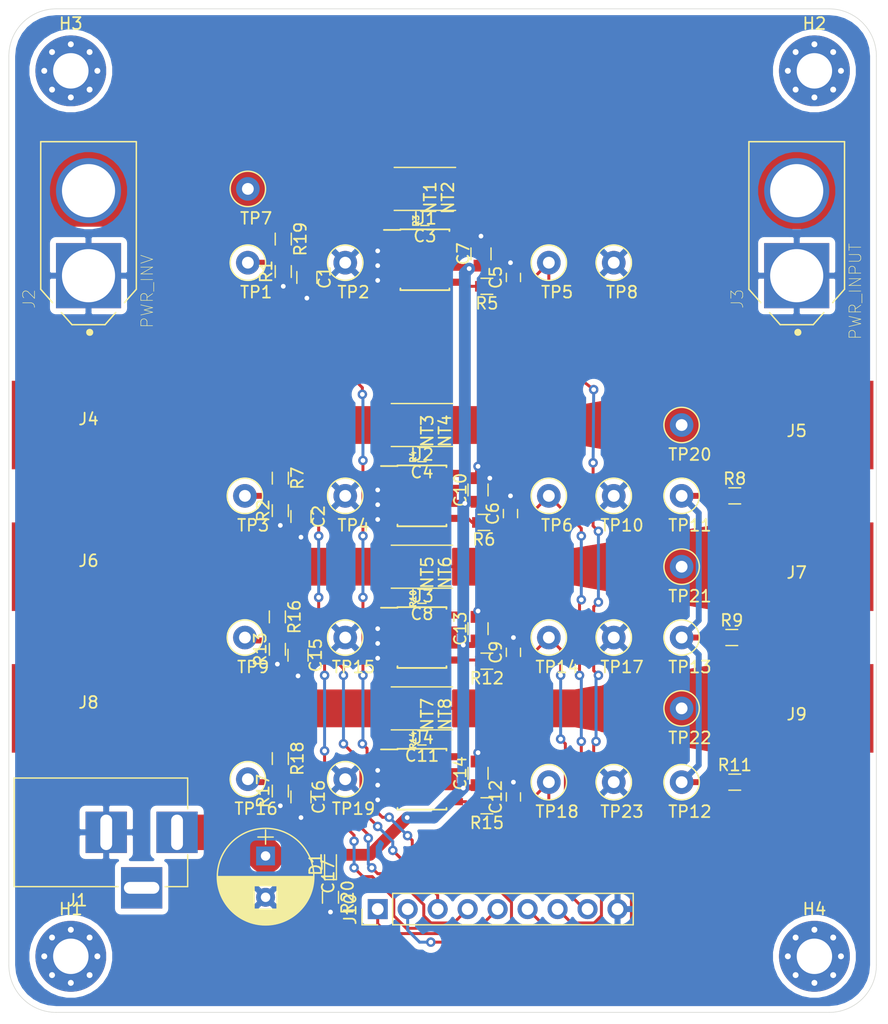
<source format=kicad_pcb>
(kicad_pcb (version 20171130) (host pcbnew "(5.1.5)-3")
  (layers (0 F.Cu signal) (31 B.Cu signal) (34 B.Paste user) (35 F.Paste user) (36 B.SilkS user) (37 F.SilkS user) (38 B.Mask user) (39 F.Mask user) (44 Edge.Cuts user))
  (net 0 "")
  (net 1 /V_BUS)
  (net 2 GND)
  (net 3 /V_PHASE_A)
  (net 4 "Net-(C3-Pad1)")
  (net 5 "Net-(C3-Pad2)")
  (net 6 "Net-(C4-Pad2)")
  (net 7 "Net-(C4-Pad1)")
  (net 8 /I_BUS)
  (net 9 /I_PHASE_A)
  (net 10 +5V)
  (net 11 "Net-(C8-Pad2)")
  (net 12 "Net-(C8-Pad1)")
  (net 13 /I_PHASE_B)
  (net 14 "Net-(C11-Pad1)")
  (net 15 "Net-(C11-Pad2)")
  (net 16 /I_PHASE_C)
  (net 17 /V_PHASE_B)
  (net 18 /V_PHASE_C)
  (net 19 "Net-(J2-Pad2)")
  (net 20 "Net-(J3-Pad2)")
  (net 21 "Net-(J4-Pad1)")
  (net 22 /PHASE_A_MOTOR)
  (net 23 "Net-(J6-Pad1)")
  (net 24 /PHASE_B_MOTOR)
  (net 25 "Net-(J8-Pad1)")
  (net 26 /PHASE_C_MOTOR)
  (net 27 "Net-(R5-Pad2)")
  (net 28 "Net-(R6-Pad2)")
  (net 29 /MOTOR_NEUTRAL)
  (net 30 "Net-(R12-Pad2)")
  (net 31 "Net-(R15-Pad2)")
  (net 32 "Net-(D1-Pad1)")
  (module "Power Sense PCB:NetTie-2_SMD_Pad0.25mm" (layer F.Cu) (at 89.75 56.75 270)
    (fp_text reference NT1 (at 0 -1.2 270) (layer F.SilkS))
    (fp_text value Net-Tie_2)
    (fp_poly (pts (xy -0.325 -0.125) (xy 0.325 -0.125) (xy 0.325 0.125) (xy -0.325 0.125)) (layer F.Cu) (width 0))
    (pad 2 smd circle (at 0.325 0 270) (size 0.25 0.25) (layers F.Cu) (net 5 "Net-(C3-Pad2)"))
    (pad 1 smd circle (at -0.325 0 270) (size 0.25 0.25) (layers F.Cu) (net 19 "Net-(J2-Pad2)"))
  )
  (module "Power Sense PCB:NetTie-2_SMD_Pad0.25mm" (layer F.Cu) (at 91.25 56.75 270)
    (fp_text reference NT2 (at 0 -1.2 270) (layer F.SilkS))
    (fp_text value Net-Tie_2)
    (fp_poly (pts (xy -0.325 -0.125) (xy 0.325 -0.125) (xy 0.325 0.125) (xy -0.325 0.125)) (layer F.Cu) (width 0))
    (pad 2 smd circle (at 0.325 0 270) (size 0.25 0.25) (layers F.Cu) (net 4 "Net-(C3-Pad1)"))
    (pad 1 smd circle (at -0.325 0 270) (size 0.25 0.25) (layers F.Cu) (net 20 "Net-(J3-Pad2)"))
  )
  (module "Power Sense PCB:NetTie-2_SMD_Pad0.25mm" (layer F.Cu) (at 89.5 76.5 270)
    (fp_text reference NT3 (at 0 -1.2 270) (layer F.SilkS))
    (fp_text value Net-Tie_2)
    (fp_poly (pts (xy -0.325 -0.125) (xy 0.325 -0.125) (xy 0.325 0.125) (xy -0.325 0.125)) (layer F.Cu) (width 0))
    (pad 2 smd circle (at 0.325 0 270) (size 0.25 0.25) (layers F.Cu) (net 6 "Net-(C4-Pad2)"))
    (pad 1 smd circle (at -0.325 0 270) (size 0.25 0.25) (layers F.Cu) (net 21 "Net-(J4-Pad1)"))
  )
  (module "Power Sense PCB:NetTie-2_SMD_Pad0.25mm" (layer F.Cu) (at 91 76.5 270)
    (fp_text reference NT4 (at 0 -1.2 270) (layer F.SilkS))
    (fp_text value Net-Tie_2)
    (fp_poly (pts (xy -0.325 -0.125) (xy 0.325 -0.125) (xy 0.325 0.125) (xy -0.325 0.125)) (layer F.Cu) (width 0))
    (pad 2 smd circle (at 0.325 0 270) (size 0.25 0.25) (layers F.Cu) (net 7 "Net-(C4-Pad1)"))
    (pad 1 smd circle (at -0.325 0 270) (size 0.25 0.25) (layers F.Cu) (net 22 /PHASE_A_MOTOR))
  )
  (module "Power Sense PCB:NetTie-2_SMD_Pad0.25mm" (layer F.Cu) (at 89.5 88.5 270)
    (fp_text reference NT5 (at 0 -1.2 270) (layer F.SilkS))
    (fp_text value Net-Tie_2)
    (fp_poly (pts (xy -0.325 -0.125) (xy 0.325 -0.125) (xy 0.325 0.125) (xy -0.325 0.125)) (layer F.Cu) (width 0))
    (pad 2 smd circle (at 0.325 0 270) (size 0.25 0.25) (layers F.Cu) (net 11 "Net-(C8-Pad2)"))
    (pad 1 smd circle (at -0.325 0 270) (size 0.25 0.25) (layers F.Cu) (net 23 "Net-(J6-Pad1)"))
  )
  (module "Power Sense PCB:NetTie-2_SMD_Pad0.25mm" (layer F.Cu) (at 91 88.5 270)
    (fp_text reference NT6 (at 0 -1.2 270) (layer F.SilkS))
    (fp_text value Net-Tie_2)
    (fp_poly (pts (xy -0.325 -0.125) (xy 0.325 -0.125) (xy 0.325 0.125) (xy -0.325 0.125)) (layer F.Cu) (width 0))
    (pad 2 smd circle (at 0.325 0 270) (size 0.25 0.25) (layers F.Cu) (net 12 "Net-(C8-Pad1)"))
    (pad 1 smd circle (at -0.325 0 270) (size 0.25 0.25) (layers F.Cu) (net 24 /PHASE_B_MOTOR))
  )
  (module "Power Sense PCB:NetTie-2_SMD_Pad0.25mm" (layer F.Cu) (at 89.5 100.5 270)
    (fp_text reference NT7 (at 0 -1.2 270) (layer F.SilkS))
    (fp_text value Net-Tie_2)
    (fp_poly (pts (xy -0.325 -0.125) (xy 0.325 -0.125) (xy 0.325 0.125) (xy -0.325 0.125)) (layer F.Cu) (width 0))
    (pad 2 smd circle (at 0.325 0 270) (size 0.25 0.25) (layers F.Cu) (net 15 "Net-(C11-Pad2)"))
    (pad 1 smd circle (at -0.325 0 270) (size 0.25 0.25) (layers F.Cu) (net 25 "Net-(J8-Pad1)"))
  )
  (module "Power Sense PCB:NetTie-2_SMD_Pad0.25mm" (layer F.Cu) (at 91 100.5 270)
    (fp_text reference NT8 (at 0 -1.2 270) (layer F.SilkS))
    (fp_text value Net-Tie_2)
    (fp_poly (pts (xy -0.325 -0.125) (xy 0.325 -0.125) (xy 0.325 0.125) (xy -0.325 0.125)) (layer F.Cu) (width 0))
    (pad 2 smd circle (at 0.325 0 270) (size 0.25 0.25) (layers F.Cu) (net 14 "Net-(C11-Pad1)"))
    (pad 1 smd circle (at -0.325 0 270) (size 0.25 0.25) (layers F.Cu) (net 26 /PHASE_C_MOTOR))
  )
  (module Capacitors_SMD:C_0805 (layer F.Cu) (at 80.5 63.5 270)
    (fp_text reference C1 (at 0 -1.5 90) (layer F.SilkS))
    (fp_text value 0.1uF)
    (pad 1 smd rect (at -1 0 270) (size 1 1.25) (layers F.Cu F.Paste F.Mask) (net 1 /V_BUS))
    (pad 2 smd rect (at 1 0 270) (size 1 1.25) (layers F.Cu F.Paste F.Mask) (net 2 GND))
  )
  (module Capacitors_SMD:C_0805 (layer F.Cu) (at 80 83.75 270)
    (fp_text reference C2 (at 0 -1.5 90) (layer F.SilkS))
    (fp_text value 0.1uF)
    (pad 2 smd rect (at 1 0 270) (size 1 1.25) (layers F.Cu F.Paste F.Mask) (net 2 GND))
    (pad 1 smd rect (at -1 0 270) (size 1 1.25) (layers F.Cu F.Paste F.Mask) (net 3 /V_PHASE_A))
  )
  (module Capacitors_SMD:C_0603 (layer F.Cu) (at 90.5 58.5 180)
    (fp_text reference C3 (at 0 -1.5) (layer F.SilkS))
    (fp_text value C_Small)
    (pad 1 smd rect (at -0.75 0 180) (size 0.8 0.75) (layers F.Cu F.Paste F.Mask) (net 4 "Net-(C3-Pad1)"))
    (pad 2 smd rect (at 0.75 0 180) (size 0.8 0.75) (layers F.Cu F.Paste F.Mask) (net 5 "Net-(C3-Pad2)"))
  )
  (module Capacitors_SMD:C_0603 (layer F.Cu) (at 90.25 78.5 180)
    (fp_text reference C4 (at 0 -1.5) (layer F.SilkS))
    (fp_text value C_Small)
    (pad 2 smd rect (at 0.75 0 180) (size 0.8 0.75) (layers F.Cu F.Paste F.Mask) (net 6 "Net-(C4-Pad2)"))
    (pad 1 smd rect (at -0.75 0 180) (size 0.8 0.75) (layers F.Cu F.Paste F.Mask) (net 7 "Net-(C4-Pad1)"))
  )
  (module Capacitors_SMD:C_0603 (layer F.Cu) (at 98 63.5 90)
    (fp_text reference C5 (at 0 -1.5 90) (layer F.SilkS))
    (fp_text value C_Small)
    (pad 1 smd rect (at -0.75 0 90) (size 0.8 0.75) (layers F.Cu F.Paste F.Mask) (net 8 /I_BUS))
    (pad 2 smd rect (at 0.75 0 90) (size 0.8 0.75) (layers F.Cu F.Paste F.Mask) (net 2 GND))
  )
  (module Capacitors_SMD:C_0603 (layer F.Cu) (at 97.75 83.5 90)
    (fp_text reference C6 (at 0 -1.5 90) (layer F.SilkS))
    (fp_text value C_Small)
    (pad 2 smd rect (at 0.75 0 90) (size 0.8 0.75) (layers F.Cu F.Paste F.Mask) (net 2 GND))
    (pad 1 smd rect (at -0.75 0 90) (size 0.8 0.75) (layers F.Cu F.Paste F.Mask) (net 9 /I_PHASE_A))
  )
  (module Capacitors_SMD:C_0805 (layer F.Cu) (at 95.25 61.5 90)
    (fp_text reference C7 (at 0 -1.5 90) (layer F.SilkS))
    (fp_text value 0.1uF)
    (pad 2 smd rect (at 1 0 90) (size 1 1.25) (layers F.Cu F.Paste F.Mask) (net 2 GND))
    (pad 1 smd rect (at -1 0 90) (size 1 1.25) (layers F.Cu F.Paste F.Mask) (net 10 +5V))
  )
  (module Capacitors_SMD:C_0603 (layer F.Cu) (at 90.25 90.5 180)
    (fp_text reference C8 (at 0 -1.5) (layer F.SilkS))
    (fp_text value C_Small)
    (pad 2 smd rect (at 0.75 0 180) (size 0.8 0.75) (layers F.Cu F.Paste F.Mask) (net 11 "Net-(C8-Pad2)"))
    (pad 1 smd rect (at -0.75 0 180) (size 0.8 0.75) (layers F.Cu F.Paste F.Mask) (net 12 "Net-(C8-Pad1)"))
  )
  (module Capacitors_SMD:C_0603 (layer F.Cu) (at 98 95.25 90)
    (fp_text reference C9 (at 0 -1.5 90) (layer F.SilkS))
    (fp_text value C_Small)
    (pad 2 smd rect (at 0.75 0 90) (size 0.8 0.75) (layers F.Cu F.Paste F.Mask) (net 2 GND))
    (pad 1 smd rect (at -0.75 0 90) (size 0.8 0.75) (layers F.Cu F.Paste F.Mask) (net 13 /I_PHASE_B))
  )
  (module Capacitors_SMD:C_0805 (layer F.Cu) (at 95 81.5 90)
    (fp_text reference C10 (at 0 -1.5 90) (layer F.SilkS))
    (fp_text value 0.1uF)
    (pad 2 smd rect (at 1 0 90) (size 1 1.25) (layers F.Cu F.Paste F.Mask) (net 2 GND))
    (pad 1 smd rect (at -1 0 90) (size 1 1.25) (layers F.Cu F.Paste F.Mask) (net 10 +5V))
  )
  (module Capacitors_SMD:C_0603 (layer F.Cu) (at 90.25 102.5 180)
    (fp_text reference C11 (at 0 -1.5) (layer F.SilkS))
    (fp_text value C_Small)
    (pad 1 smd rect (at -0.75 0 180) (size 0.8 0.75) (layers F.Cu F.Paste F.Mask) (net 14 "Net-(C11-Pad1)"))
    (pad 2 smd rect (at 0.75 0 180) (size 0.8 0.75) (layers F.Cu F.Paste F.Mask) (net 15 "Net-(C11-Pad2)"))
  )
  (module Capacitors_SMD:C_0603 (layer F.Cu) (at 98 107.5 90)
    (fp_text reference C12 (at 0 -1.5 90) (layer F.SilkS))
    (fp_text value C_Small)
    (pad 1 smd rect (at -0.75 0 90) (size 0.8 0.75) (layers F.Cu F.Paste F.Mask) (net 16 /I_PHASE_C))
    (pad 2 smd rect (at 0.75 0 90) (size 0.8 0.75) (layers F.Cu F.Paste F.Mask) (net 2 GND))
  )
  (module Capacitors_SMD:C_0805 (layer F.Cu) (at 95 93.25 90)
    (fp_text reference C13 (at 0 -1.5 90) (layer F.SilkS))
    (fp_text value 0.1uF)
    (pad 1 smd rect (at -1 0 90) (size 1 1.25) (layers F.Cu F.Paste F.Mask) (net 10 +5V))
    (pad 2 smd rect (at 1 0 90) (size 1 1.25) (layers F.Cu F.Paste F.Mask) (net 2 GND))
  )
  (module Capacitors_SMD:C_0805 (layer F.Cu) (at 95 105.5 90)
    (fp_text reference C14 (at 0 -1.5 90) (layer F.SilkS))
    (fp_text value 0.1uF)
    (pad 2 smd rect (at 1 0 90) (size 1 1.25) (layers F.Cu F.Paste F.Mask) (net 2 GND))
    (pad 1 smd rect (at -1 0 90) (size 1 1.25) (layers F.Cu F.Paste F.Mask) (net 10 +5V))
  )
  (module Capacitors_SMD:C_0805 (layer F.Cu) (at 79.75 95.5 270)
    (fp_text reference C15 (at 0 -1.5 90) (layer F.SilkS))
    (fp_text value 0.1uF)
    (pad 1 smd rect (at -1 0 270) (size 1 1.25) (layers F.Cu F.Paste F.Mask) (net 17 /V_PHASE_B))
    (pad 2 smd rect (at 1 0 270) (size 1 1.25) (layers F.Cu F.Paste F.Mask) (net 2 GND))
  )
  (module Capacitors_SMD:C_0805 (layer F.Cu) (at 80 107.5 270)
    (fp_text reference C16 (at 0 -1.5 90) (layer F.SilkS))
    (fp_text value 0.1uF)
    (pad 1 smd rect (at -1 0 270) (size 1 1.25) (layers F.Cu F.Paste F.Mask) (net 18 /V_PHASE_C))
    (pad 2 smd rect (at 1 0 270) (size 1 1.25) (layers F.Cu F.Paste F.Mask) (net 2 GND))
  )
  (module Mounting_Holes:MountingHole_3mm_Pad_Via (layer F.Cu) (at 60.5 121)
    (fp_text reference H1 (at 0 -4) (layer F.SilkS))
    (fp_text value MountingHole)
    (pad 1 thru_hole circle (at 0 0) (size 6 6) (drill 3) (layers *.Cu *.Mask))
    (pad 1 thru_hole circle (at 2.25 0) (size 0.8 0.8) (drill 0.5) (layers *.Cu *.Mask))
    (pad 1 thru_hole circle (at 1.59099 1.59099) (size 0.8 0.8) (drill 0.5) (layers *.Cu *.Mask))
    (pad 1 thru_hole circle (at 0 2.25) (size 0.8 0.8) (drill 0.5) (layers *.Cu *.Mask))
    (pad 1 thru_hole circle (at -1.59099 1.59099) (size 0.8 0.8) (drill 0.5) (layers *.Cu *.Mask))
    (pad 1 thru_hole circle (at -2.25 0) (size 0.8 0.8) (drill 0.5) (layers *.Cu *.Mask))
    (pad 1 thru_hole circle (at -1.59099 -1.59099) (size 0.8 0.8) (drill 0.5) (layers *.Cu *.Mask))
    (pad 1 thru_hole circle (at 0 -2.25) (size 0.8 0.8) (drill 0.5) (layers *.Cu *.Mask))
    (pad 1 thru_hole circle (at 1.59099 -1.59099) (size 0.8 0.8) (drill 0.5) (layers *.Cu *.Mask))
  )
  (module Mounting_Holes:MountingHole_3mm_Pad_Via (layer F.Cu) (at 123.5 46)
    (fp_text reference H2 (at 0 -4) (layer F.SilkS))
    (fp_text value MountingHole)
    (pad 1 thru_hole circle (at 1.59099 -1.59099) (size 0.8 0.8) (drill 0.5) (layers *.Cu *.Mask))
    (pad 1 thru_hole circle (at 0 -2.25) (size 0.8 0.8) (drill 0.5) (layers *.Cu *.Mask))
    (pad 1 thru_hole circle (at -1.59099 -1.59099) (size 0.8 0.8) (drill 0.5) (layers *.Cu *.Mask))
    (pad 1 thru_hole circle (at -2.25 0) (size 0.8 0.8) (drill 0.5) (layers *.Cu *.Mask))
    (pad 1 thru_hole circle (at -1.59099 1.59099) (size 0.8 0.8) (drill 0.5) (layers *.Cu *.Mask))
    (pad 1 thru_hole circle (at 0 2.25) (size 0.8 0.8) (drill 0.5) (layers *.Cu *.Mask))
    (pad 1 thru_hole circle (at 1.59099 1.59099) (size 0.8 0.8) (drill 0.5) (layers *.Cu *.Mask))
    (pad 1 thru_hole circle (at 2.25 0) (size 0.8 0.8) (drill 0.5) (layers *.Cu *.Mask))
    (pad 1 thru_hole circle (at 0 0) (size 6 6) (drill 3) (layers *.Cu *.Mask))
  )
  (module Mounting_Holes:MountingHole_3mm_Pad_Via (layer F.Cu) (at 60.5 46)
    (fp_text reference H3 (at 0 -4) (layer F.SilkS))
    (fp_text value MountingHole)
    (pad 1 thru_hole circle (at 1.59099 -1.59099) (size 0.8 0.8) (drill 0.5) (layers *.Cu *.Mask))
    (pad 1 thru_hole circle (at 0 -2.25) (size 0.8 0.8) (drill 0.5) (layers *.Cu *.Mask))
    (pad 1 thru_hole circle (at -1.59099 -1.59099) (size 0.8 0.8) (drill 0.5) (layers *.Cu *.Mask))
    (pad 1 thru_hole circle (at -2.25 0) (size 0.8 0.8) (drill 0.5) (layers *.Cu *.Mask))
    (pad 1 thru_hole circle (at -1.59099 1.59099) (size 0.8 0.8) (drill 0.5) (layers *.Cu *.Mask))
    (pad 1 thru_hole circle (at 0 2.25) (size 0.8 0.8) (drill 0.5) (layers *.Cu *.Mask))
    (pad 1 thru_hole circle (at 1.59099 1.59099) (size 0.8 0.8) (drill 0.5) (layers *.Cu *.Mask))
    (pad 1 thru_hole circle (at 2.25 0) (size 0.8 0.8) (drill 0.5) (layers *.Cu *.Mask))
    (pad 1 thru_hole circle (at 0 0) (size 6 6) (drill 3) (layers *.Cu *.Mask))
  )
  (module Mounting_Holes:MountingHole_3mm_Pad_Via (layer F.Cu) (at 123.5 121)
    (fp_text reference H4 (at 0 -4) (layer F.SilkS))
    (fp_text value MountingHole)
    (pad 1 thru_hole circle (at 0 0) (size 6 6) (drill 3) (layers *.Cu *.Mask))
    (pad 1 thru_hole circle (at 2.25 0) (size 0.8 0.8) (drill 0.5) (layers *.Cu *.Mask))
    (pad 1 thru_hole circle (at 1.59099 1.59099) (size 0.8 0.8) (drill 0.5) (layers *.Cu *.Mask))
    (pad 1 thru_hole circle (at 0 2.25) (size 0.8 0.8) (drill 0.5) (layers *.Cu *.Mask))
    (pad 1 thru_hole circle (at -1.59099 1.59099) (size 0.8 0.8) (drill 0.5) (layers *.Cu *.Mask))
    (pad 1 thru_hole circle (at -2.25 0) (size 0.8 0.8) (drill 0.5) (layers *.Cu *.Mask))
    (pad 1 thru_hole circle (at -1.59099 -1.59099) (size 0.8 0.8) (drill 0.5) (layers *.Cu *.Mask))
    (pad 1 thru_hole circle (at 0 -2.25) (size 0.8 0.8) (drill 0.5) (layers *.Cu *.Mask))
    (pad 1 thru_hole circle (at 1.59099 -1.59099) (size 0.8 0.8) (drill 0.5) (layers *.Cu *.Mask))
  )
  (module Connectors:BARREL_JACK (layer F.Cu) (at 69.5 110.5)
    (fp_text reference J1 (at -8.45 5.75 180) (layer F.SilkS))
    (fp_text value Jack-DC)
    (pad 3 thru_hole rect (at -3 4.7) (size 3.5 3.5) (drill oval 3 1) (layers *.Cu *.Mask))
    (pad 2 thru_hole rect (at -6 0) (size 3.5 3.5) (drill oval 1 3) (layers *.Cu *.Mask) (net 2 GND))
    (pad 1 thru_hole rect (at 0 0) (size 3.5 3.5) (drill oval 1 3) (layers *.Cu *.Mask) (net 10 +5V))
  )
  (module "Power Sense PCB:AMASS_XT60-M" (layer F.Cu) (at 62 59.75 90)
    (fp_text reference J2 (at -5.56386 -5.03849 90) (layer F.SilkS) (effects (font (size 1.00069 1.00069) (thickness 0.05))))
    (fp_text value PWR_INV (at -4.92836 4.9684 90) (layer F.SilkS) (effects (font (size 1.00069 1.00069) (thickness 0.05))))
    (pad 2 thru_hole circle (at 3.6 0 90) (size 5.516 5.516) (drill 4.5) (layers *.Cu *.Mask) (net 19 "Net-(J2-Pad2)"))
    (pad 1 thru_hole rect (at -3.6 0 90) (size 5.516 5.516) (drill 4.5) (layers *.Cu *.Mask) (net 2 GND))
  )
  (module "Power Sense PCB:AMASS_XT60-M" (layer F.Cu) (at 122 59.75 90)
    (fp_text reference J3 (at -5.56386 -5.03849 90) (layer F.SilkS) (effects (font (size 1.00069 1.00069) (thickness 0.05))))
    (fp_text value PWR_INPUT (at -4.92836 4.9684 90) (layer F.SilkS) (effects (font (size 1.00069 1.00069) (thickness 0.05))))
    (pad 1 thru_hole rect (at -3.6 0 90) (size 5.516 5.516) (drill 4.5) (layers *.Cu *.Mask) (net 2 GND))
    (pad 2 thru_hole circle (at 3.6 0 90) (size 5.516 5.516) (drill 4.5) (layers *.Cu *.Mask) (net 20 "Net-(J3-Pad2)"))
  )
  (module "Power Sense PCB:3mm_Bullet_RA" (layer F.Cu) (at 62 76 180)
    (fp_text reference J4 (at 0 0.5) (layer F.SilkS))
    (fp_text value PHASE_A_INV)
    (pad 1 smd rect (at 0 0 180) (size 13 7.5) (layers F.Cu F.Paste F.Mask) (net 21 "Net-(J4-Pad1)"))
  )
  (module "Power Sense PCB:3mm_Bullet_RA" (layer F.Cu) (at 122 76)
    (fp_text reference J5 (at 0 0.5) (layer F.SilkS))
    (fp_text value PHASE_A_MOTOR)
    (pad 1 smd rect (at 0 0) (size 13 7.5) (layers F.Cu F.Paste F.Mask) (net 22 /PHASE_A_MOTOR))
  )
  (module "Power Sense PCB:3mm_Bullet_RA" (layer F.Cu) (at 62 88 180)
    (fp_text reference J6 (at 0 0.5) (layer F.SilkS))
    (fp_text value PHASE_B_INV)
    (pad 1 smd rect (at 0 0 180) (size 13 7.5) (layers F.Cu F.Paste F.Mask) (net 23 "Net-(J6-Pad1)"))
  )
  (module "Power Sense PCB:3mm_Bullet_RA" (layer F.Cu) (at 122 88)
    (fp_text reference J7 (at 0 0.5) (layer F.SilkS))
    (fp_text value PHASE_B_MOTOR)
    (pad 1 smd rect (at 0 0) (size 13 7.5) (layers F.Cu F.Paste F.Mask) (net 24 /PHASE_B_MOTOR))
  )
  (module "Power Sense PCB:3mm_Bullet_RA" (layer F.Cu) (at 62 100 180)
    (fp_text reference J8 (at 0 0.5) (layer F.SilkS))
    (fp_text value PHASE_C_INV)
    (pad 1 smd rect (at 0 0 180) (size 13 7.5) (layers F.Cu F.Paste F.Mask) (net 25 "Net-(J8-Pad1)"))
  )
  (module "Power Sense PCB:3mm_Bullet_RA" (layer F.Cu) (at 122 100)
    (fp_text reference J9 (at 0 0.5) (layer F.SilkS))
    (fp_text value PHASE_C_MOTOR)
    (pad 1 smd rect (at 0 0) (size 13 7.5) (layers F.Cu F.Paste F.Mask) (net 26 /PHASE_C_MOTOR))
  )
  (module Resistors_SMD:R_0603 (layer F.Cu) (at 78.5 63 90)
    (fp_text reference R1 (at 0 -1.45 90) (layer F.SilkS))
    (fp_text value 4.99k)
    (pad 1 smd rect (at -0.75 0 90) (size 0.5 0.9) (layers F.Cu F.Paste F.Mask) (net 2 GND))
    (pad 2 smd rect (at 0.75 0 90) (size 0.5 0.9) (layers F.Cu F.Paste F.Mask) (net 1 /V_BUS))
  )
  (module Resistors_SMD:R_0603 (layer F.Cu) (at 78.25 83.25 90)
    (fp_text reference R2 (at 0 -1.45 90) (layer F.SilkS))
    (fp_text value 4.99k)
    (pad 2 smd rect (at 0.75 0 90) (size 0.5 0.9) (layers F.Cu F.Paste F.Mask) (net 3 /V_PHASE_A))
    (pad 1 smd rect (at -0.75 0 90) (size 0.5 0.9) (layers F.Cu F.Paste F.Mask) (net 2 GND))
  )
  (module "Power Sense PCB:R_2512_Sense" (layer F.Cu) (at 90.5 56 180)
    (fp_text reference R3 (at 0.75 -2.7 90) (layer F.SilkS) (effects (font (size 0.5 0.5) (thickness 0.125))))
    (fp_text value 5m)
    (pad 1 smd rect (at -3.1 0 180) (size 1 3.2) (layers F.Cu F.Paste F.Mask) (net 20 "Net-(J3-Pad2)"))
    (pad 2 smd rect (at 3.1 0 180) (size 1 3.2) (layers F.Cu F.Paste F.Mask) (net 19 "Net-(J2-Pad2)"))
  )
  (module "Power Sense PCB:R_2512_Sense" (layer F.Cu) (at 90.25 76 180)
    (fp_text reference R4 (at 0.75 -2.7 90) (layer F.SilkS) (effects (font (size 0.5 0.5) (thickness 0.125))))
    (fp_text value 5m)
    (pad 2 smd rect (at 3.1 0 180) (size 1 3.2) (layers F.Cu F.Paste F.Mask) (net 21 "Net-(J4-Pad1)"))
    (pad 1 smd rect (at -3.1 0 180) (size 1 3.2) (layers F.Cu F.Paste F.Mask) (net 22 /PHASE_A_MOTOR))
  )
  (module Resistors_SMD:R_0603 (layer F.Cu) (at 95.75 64.25 180)
    (fp_text reference R5 (at 0 -1.45) (layer F.SilkS))
    (fp_text value R_Small_US)
    (pad 2 smd rect (at 0.75 0 180) (size 0.5 0.9) (layers F.Cu F.Paste F.Mask) (net 27 "Net-(R5-Pad2)"))
    (pad 1 smd rect (at -0.75 0 180) (size 0.5 0.9) (layers F.Cu F.Paste F.Mask) (net 8 /I_BUS))
  )
  (module Resistors_SMD:R_0603 (layer F.Cu) (at 95.5 84.25 180)
    (fp_text reference R6 (at 0 -1.45) (layer F.SilkS))
    (fp_text value R_Small_US)
    (pad 1 smd rect (at -0.75 0 180) (size 0.5 0.9) (layers F.Cu F.Paste F.Mask) (net 9 /I_PHASE_A))
    (pad 2 smd rect (at 0.75 0 180) (size 0.5 0.9) (layers F.Cu F.Paste F.Mask) (net 28 "Net-(R6-Pad2)"))
  )
  (module Resistors_SMD:R_0603 (layer F.Cu) (at 78.25 80.5 270)
    (fp_text reference R7 (at 0 -1.45 90) (layer F.SilkS))
    (fp_text value 22k)
    (pad 1 smd rect (at -0.75 0 270) (size 0.5 0.9) (layers F.Cu F.Paste F.Mask) (net 21 "Net-(J4-Pad1)"))
    (pad 2 smd rect (at 0.75 0 270) (size 0.5 0.9) (layers F.Cu F.Paste F.Mask) (net 3 /V_PHASE_A))
  )
  (module Resistors_SMD:R_0603 (layer F.Cu) (at 116.75 82)
    (fp_text reference R8 (at 0 -1.45) (layer F.SilkS))
    (fp_text value 10k)
    (pad 2 smd rect (at 0.75 0) (size 0.5 0.9) (layers F.Cu F.Paste F.Mask) (net 22 /PHASE_A_MOTOR))
    (pad 1 smd rect (at -0.75 0) (size 0.5 0.9) (layers F.Cu F.Paste F.Mask) (net 29 /MOTOR_NEUTRAL))
  )
  (module Resistors_SMD:R_0603 (layer F.Cu) (at 116.5 94)
    (fp_text reference R9 (at 0 -1.45) (layer F.SilkS))
    (fp_text value 10k)
    (pad 1 smd rect (at -0.75 0) (size 0.5 0.9) (layers F.Cu F.Paste F.Mask) (net 29 /MOTOR_NEUTRAL))
    (pad 2 smd rect (at 0.75 0) (size 0.5 0.9) (layers F.Cu F.Paste F.Mask) (net 24 /PHASE_B_MOTOR))
  )
  (module "Power Sense PCB:R_2512_Sense" (layer F.Cu) (at 90.25 88 180)
    (fp_text reference R10 (at 0.75 -2.7 90) (layer F.SilkS) (effects (font (size 0.5 0.5) (thickness 0.125))))
    (fp_text value 5m)
    (pad 1 smd rect (at -3.1 0 180) (size 1 3.2) (layers F.Cu F.Paste F.Mask) (net 24 /PHASE_B_MOTOR))
    (pad 2 smd rect (at 3.1 0 180) (size 1 3.2) (layers F.Cu F.Paste F.Mask) (net 23 "Net-(J6-Pad1)"))
  )
  (module Resistors_SMD:R_0603 (layer F.Cu) (at 116.75 106.25)
    (fp_text reference R11 (at 0 -1.45) (layer F.SilkS))
    (fp_text value 10k)
    (pad 2 smd rect (at 0.75 0) (size 0.5 0.9) (layers F.Cu F.Paste F.Mask) (net 26 /PHASE_C_MOTOR))
    (pad 1 smd rect (at -0.75 0) (size 0.5 0.9) (layers F.Cu F.Paste F.Mask) (net 29 /MOTOR_NEUTRAL))
  )
  (module Resistors_SMD:R_0603 (layer F.Cu) (at 95.75 96 180)
    (fp_text reference R12 (at 0 -1.45) (layer F.SilkS))
    (fp_text value R_Small_US)
    (pad 2 smd rect (at 0.75 0 180) (size 0.5 0.9) (layers F.Cu F.Paste F.Mask) (net 30 "Net-(R12-Pad2)"))
    (pad 1 smd rect (at -0.75 0 180) (size 0.5 0.9) (layers F.Cu F.Paste F.Mask) (net 13 /I_PHASE_B))
  )
  (module Resistors_SMD:R_0603 (layer F.Cu) (at 78 95 90)
    (fp_text reference R13 (at 0 -1.45 90) (layer F.SilkS))
    (fp_text value 4.99k)
    (pad 1 smd rect (at -0.75 0 90) (size 0.5 0.9) (layers F.Cu F.Paste F.Mask) (net 2 GND))
    (pad 2 smd rect (at 0.75 0 90) (size 0.5 0.9) (layers F.Cu F.Paste F.Mask) (net 17 /V_PHASE_B))
  )
  (module "Power Sense PCB:R_2512_Sense" (layer F.Cu) (at 90.25 100 180)
    (fp_text reference R14 (at 0.75 -2.7 90) (layer F.SilkS) (effects (font (size 0.5 0.5) (thickness 0.125))))
    (fp_text value 5m)
    (pad 2 smd rect (at 3.1 0 180) (size 1 3.2) (layers F.Cu F.Paste F.Mask) (net 25 "Net-(J8-Pad1)"))
    (pad 1 smd rect (at -3.1 0 180) (size 1 3.2) (layers F.Cu F.Paste F.Mask) (net 26 /PHASE_C_MOTOR))
  )
  (module Resistors_SMD:R_0603 (layer F.Cu) (at 95.75 108.25 180)
    (fp_text reference R15 (at 0 -1.45) (layer F.SilkS))
    (fp_text value R_Small_US)
    (pad 2 smd rect (at 0.75 0 180) (size 0.5 0.9) (layers F.Cu F.Paste F.Mask) (net 31 "Net-(R15-Pad2)"))
    (pad 1 smd rect (at -0.75 0 180) (size 0.5 0.9) (layers F.Cu F.Paste F.Mask) (net 16 /I_PHASE_C))
  )
  (module Resistors_SMD:R_0603 (layer F.Cu) (at 78 92.25 270)
    (fp_text reference R16 (at 0 -1.45 90) (layer F.SilkS))
    (fp_text value 22k)
    (pad 1 smd rect (at -0.75 0 270) (size 0.5 0.9) (layers F.Cu F.Paste F.Mask) (net 23 "Net-(J6-Pad1)"))
    (pad 2 smd rect (at 0.75 0 270) (size 0.5 0.9) (layers F.Cu F.Paste F.Mask) (net 17 /V_PHASE_B))
  )
  (module Resistors_SMD:R_0603 (layer F.Cu) (at 78.25 107 90)
    (fp_text reference R17 (at 0 -1.45 90) (layer F.SilkS))
    (fp_text value 4.99k)
    (pad 2 smd rect (at 0.75 0 90) (size 0.5 0.9) (layers F.Cu F.Paste F.Mask) (net 18 /V_PHASE_C))
    (pad 1 smd rect (at -0.75 0 90) (size 0.5 0.9) (layers F.Cu F.Paste F.Mask) (net 2 GND))
  )
  (module Resistors_SMD:R_0603 (layer F.Cu) (at 78.25 104.25 270)
    (fp_text reference R18 (at 0 -1.45 90) (layer F.SilkS))
    (fp_text value 22k)
    (pad 1 smd rect (at -0.75 0 270) (size 0.5 0.9) (layers F.Cu F.Paste F.Mask) (net 25 "Net-(J8-Pad1)"))
    (pad 2 smd rect (at 0.75 0 270) (size 0.5 0.9) (layers F.Cu F.Paste F.Mask) (net 18 /V_PHASE_C))
  )
  (module Resistors_SMD:R_0603 (layer F.Cu) (at 78.5 60.25 270)
    (fp_text reference R19 (at 0 -1.45 90) (layer F.SilkS))
    (fp_text value 22k)
    (pad 2 smd rect (at 0.75 0 270) (size 0.5 0.9) (layers F.Cu F.Paste F.Mask) (net 1 /V_BUS))
    (pad 1 smd rect (at -0.75 0 270) (size 0.5 0.9) (layers F.Cu F.Paste F.Mask) (net 19 "Net-(J2-Pad2)"))
  )
  (module Testpoints:TestPoint_Loop_D1.80mm_Drill1.0mm_Beaded (layer F.Cu) (at 75.5 62.25)
    (fp_text reference TP1 (at 0.7 2.5) (layer F.SilkS))
    (fp_text value V_BUS)
    (pad 1 thru_hole circle (at 0 0) (size 2 2) (drill 1) (layers *.Cu *.Mask) (net 1 /V_BUS))
  )
  (module Testpoints:TestPoint_Loop_D1.80mm_Drill1.0mm_Beaded (layer F.Cu) (at 83.75 62.25)
    (fp_text reference TP2 (at 0.7 2.5) (layer F.SilkS))
    (fp_text value GND_REF)
    (pad 1 thru_hole circle (at 0 0) (size 2 2) (drill 1) (layers *.Cu *.Mask) (net 2 GND))
  )
  (module Testpoints:TestPoint_Loop_D1.80mm_Drill1.0mm_Beaded (layer F.Cu) (at 75.25 82)
    (fp_text reference TP3 (at 0.7 2.5) (layer F.SilkS))
    (fp_text value V_PHASE_A)
    (pad 1 thru_hole circle (at 0 0) (size 2 2) (drill 1) (layers *.Cu *.Mask) (net 3 /V_PHASE_A))
  )
  (module Testpoints:TestPoint_Loop_D1.80mm_Drill1.0mm_Beaded (layer F.Cu) (at 83.75 82)
    (fp_text reference TP4 (at 0.7 2.5) (layer F.SilkS))
    (fp_text value GND_REF)
    (pad 1 thru_hole circle (at 0 0) (size 2 2) (drill 1) (layers *.Cu *.Mask) (net 2 GND))
  )
  (module Testpoints:TestPoint_Loop_D1.80mm_Drill1.0mm_Beaded (layer F.Cu) (at 101 62.25)
    (fp_text reference TP5 (at 0.7 2.5) (layer F.SilkS))
    (fp_text value I_BUS)
    (pad 1 thru_hole circle (at 0 0) (size 2 2) (drill 1) (layers *.Cu *.Mask) (net 8 /I_BUS))
  )
  (module Testpoints:TestPoint_Loop_D1.80mm_Drill1.0mm_Beaded (layer F.Cu) (at 101 82)
    (fp_text reference TP6 (at 0.7 2.5) (layer F.SilkS))
    (fp_text value I_PHASE_A)
    (pad 1 thru_hole circle (at 0 0) (size 2 2) (drill 1) (layers *.Cu *.Mask) (net 9 /I_PHASE_A))
  )
  (module Testpoints:TestPoint_Loop_D1.80mm_Drill1.0mm_Beaded (layer F.Cu) (at 75.5 56)
    (fp_text reference TP7 (at 0.7 2.5) (layer F.SilkS))
    (fp_text value BUS)
    (pad 1 thru_hole circle (at 0 0) (size 2 2) (drill 1) (layers *.Cu *.Mask) (net 19 "Net-(J2-Pad2)"))
  )
  (module Testpoints:TestPoint_Loop_D1.80mm_Drill1.0mm_Beaded (layer F.Cu) (at 106.5 62.25)
    (fp_text reference TP8 (at 0.7 2.5) (layer F.SilkS))
    (fp_text value GND_REF)
    (pad 1 thru_hole circle (at 0 0) (size 2 2) (drill 1) (layers *.Cu *.Mask) (net 2 GND))
  )
  (module Testpoints:TestPoint_Loop_D1.80mm_Drill1.0mm_Beaded (layer F.Cu) (at 75.25 94)
    (fp_text reference TP9 (at 0.7 2.5) (layer F.SilkS))
    (fp_text value V_PHASE_B)
    (pad 1 thru_hole circle (at 0 0) (size 2 2) (drill 1) (layers *.Cu *.Mask) (net 17 /V_PHASE_B))
  )
  (module Testpoints:TestPoint_Loop_D1.80mm_Drill1.0mm_Beaded (layer F.Cu) (at 106.5 82)
    (fp_text reference TP10 (at 0.7 2.5) (layer F.SilkS))
    (fp_text value GND_REF)
    (pad 1 thru_hole circle (at 0 0) (size 2 2) (drill 1) (layers *.Cu *.Mask) (net 2 GND))
  )
  (module Testpoints:TestPoint_Loop_D1.80mm_Drill1.0mm_Beaded (layer F.Cu) (at 112.25 82)
    (fp_text reference TP11 (at 0.7 2.5) (layer F.SilkS))
    (fp_text value NEUTRAL_REF)
    (pad 1 thru_hole circle (at 0 0) (size 2 2) (drill 1) (layers *.Cu *.Mask) (net 29 /MOTOR_NEUTRAL))
  )
  (module Testpoints:TestPoint_Loop_D1.80mm_Drill1.0mm_Beaded (layer F.Cu) (at 112.25 106.25)
    (fp_text reference TP12 (at 0.7 2.5) (layer F.SilkS))
    (fp_text value NEUTRAL_REF)
    (pad 1 thru_hole circle (at 0 0) (size 2 2) (drill 1) (layers *.Cu *.Mask) (net 29 /MOTOR_NEUTRAL))
  )
  (module Testpoints:TestPoint_Loop_D1.80mm_Drill1.0mm_Beaded (layer F.Cu) (at 112.25 94)
    (fp_text reference TP13 (at 0.7 2.5) (layer F.SilkS))
    (fp_text value NEUTRAL_REF)
    (pad 1 thru_hole circle (at 0 0) (size 2 2) (drill 1) (layers *.Cu *.Mask) (net 29 /MOTOR_NEUTRAL))
  )
  (module Testpoints:TestPoint_Loop_D1.80mm_Drill1.0mm_Beaded (layer F.Cu) (at 101 94)
    (fp_text reference TP14 (at 0.7 2.5) (layer F.SilkS))
    (fp_text value I_PHASE_B)
    (pad 1 thru_hole circle (at 0 0) (size 2 2) (drill 1) (layers *.Cu *.Mask) (net 13 /I_PHASE_B))
  )
  (module Testpoints:TestPoint_Loop_D1.80mm_Drill1.0mm_Beaded (layer F.Cu) (at 83.75 94)
    (fp_text reference TP15 (at 0.7 2.5) (layer F.SilkS))
    (fp_text value GND_REF)
    (pad 1 thru_hole circle (at 0 0) (size 2 2) (drill 1) (layers *.Cu *.Mask) (net 2 GND))
  )
  (module Testpoints:TestPoint_Loop_D1.80mm_Drill1.0mm_Beaded (layer F.Cu) (at 75.5 106)
    (fp_text reference TP16 (at 0.7 2.5) (layer F.SilkS))
    (fp_text value V_PHASE_C)
    (pad 1 thru_hole circle (at 0 0) (size 2 2) (drill 1) (layers *.Cu *.Mask) (net 18 /V_PHASE_C))
  )
  (module Testpoints:TestPoint_Loop_D1.80mm_Drill1.0mm_Beaded (layer F.Cu) (at 106.5 94)
    (fp_text reference TP17 (at 0.7 2.5) (layer F.SilkS))
    (fp_text value GND_REF)
    (pad 1 thru_hole circle (at 0 0) (size 2 2) (drill 1) (layers *.Cu *.Mask) (net 2 GND))
  )
  (module Testpoints:TestPoint_Loop_D1.80mm_Drill1.0mm_Beaded (layer F.Cu) (at 101 106.25)
    (fp_text reference TP18 (at 0.7 2.5) (layer F.SilkS))
    (fp_text value I_PHASE_C)
    (pad 1 thru_hole circle (at 0 0) (size 2 2) (drill 1) (layers *.Cu *.Mask) (net 16 /I_PHASE_C))
  )
  (module Testpoints:TestPoint_Loop_D1.80mm_Drill1.0mm_Beaded (layer F.Cu) (at 83.75 106)
    (fp_text reference TP19 (at 0.7 2.5) (layer F.SilkS))
    (fp_text value GND_REF)
    (pad 1 thru_hole circle (at 0 0) (size 2 2) (drill 1) (layers *.Cu *.Mask) (net 2 GND))
  )
  (module Testpoints:TestPoint_Loop_D1.80mm_Drill1.0mm_Beaded (layer F.Cu) (at 112.25 76)
    (fp_text reference TP20 (at 0.7 2.5) (layer F.SilkS))
    (fp_text value PHASE_A)
    (pad 1 thru_hole circle (at 0 0) (size 2 2) (drill 1) (layers *.Cu *.Mask) (net 22 /PHASE_A_MOTOR))
  )
  (module Testpoints:TestPoint_Loop_D1.80mm_Drill1.0mm_Beaded (layer F.Cu) (at 112.25 88)
    (fp_text reference TP21 (at 0.7 2.5) (layer F.SilkS))
    (fp_text value PHASE_B)
    (pad 1 thru_hole circle (at 0 0) (size 2 2) (drill 1) (layers *.Cu *.Mask) (net 24 /PHASE_B_MOTOR))
  )
  (module Testpoints:TestPoint_Loop_D1.80mm_Drill1.0mm_Beaded (layer F.Cu) (at 112.25 100)
    (fp_text reference TP22 (at 0.7 2.5) (layer F.SilkS))
    (fp_text value PHASE_C)
    (pad 1 thru_hole circle (at 0 0) (size 2 2) (drill 1) (layers *.Cu *.Mask) (net 26 /PHASE_C_MOTOR))
  )
  (module Testpoints:TestPoint_Loop_D1.80mm_Drill1.0mm_Beaded (layer F.Cu) (at 106.5 106.25)
    (fp_text reference TP23 (at 0.7 2.5) (layer F.SilkS))
    (fp_text value GND_REF)
    (pad 1 thru_hole circle (at 0 0) (size 2 2) (drill 1) (layers *.Cu *.Mask) (net 2 GND))
  )
  (module Housings_SOIC:SOIC-8-1EP_3.9x4.9mm_Pitch1.27mm (layer F.Cu) (at 90.5 62)
    (fp_text reference U1 (at 0 -3.5) (layer F.SilkS))
    (fp_text value INA240A1D)
    (pad 9 smd rect (at -0.5875 -0.5875) (size 1.175 1.175) (layers F.Cu F.Paste F.Mask))
    (pad 9 smd rect (at -0.5875 0.5875) (size 1.175 1.175) (layers F.Cu F.Paste F.Mask))
    (pad 9 smd rect (at 0.5875 -0.5875) (size 1.175 1.175) (layers F.Cu F.Paste F.Mask))
    (pad 9 smd rect (at 0.5875 0.5875) (size 1.175 1.175) (layers F.Cu F.Paste F.Mask))
    (pad 8 smd rect (at 2.7 -1.905) (size 1.55 0.6) (layers F.Cu F.Paste F.Mask) (net 4 "Net-(C3-Pad1)"))
    (pad 7 smd rect (at 2.7 -0.635) (size 1.55 0.6) (layers F.Cu F.Paste F.Mask) (net 10 +5V))
    (pad 6 smd rect (at 2.7 0.635) (size 1.55 0.6) (layers F.Cu F.Paste F.Mask) (net 10 +5V))
    (pad 5 smd rect (at 2.7 1.905) (size 1.55 0.6) (layers F.Cu F.Paste F.Mask) (net 27 "Net-(R5-Pad2)"))
    (pad 4 smd rect (at -2.7 1.905) (size 1.55 0.6) (layers F.Cu F.Paste F.Mask) (net 2 GND))
    (pad 3 smd rect (at -2.7 0.635) (size 1.55 0.6) (layers F.Cu F.Paste F.Mask) (net 2 GND))
    (pad 2 smd rect (at -2.7 -0.635) (size 1.55 0.6) (layers F.Cu F.Paste F.Mask) (net 2 GND))
    (pad 1 smd rect (at -2.7 -1.905) (size 1.55 0.6) (layers F.Cu F.Paste F.Mask) (net 5 "Net-(C3-Pad2)"))
  )
  (module Housings_SOIC:SOIC-8-1EP_3.9x4.9mm_Pitch1.27mm (layer F.Cu) (at 90.25 82)
    (fp_text reference U2 (at 0 -3.5) (layer F.SilkS))
    (fp_text value INA240A1D)
    (pad 1 smd rect (at -2.7 -1.905) (size 1.55 0.6) (layers F.Cu F.Paste F.Mask) (net 6 "Net-(C4-Pad2)"))
    (pad 2 smd rect (at -2.7 -0.635) (size 1.55 0.6) (layers F.Cu F.Paste F.Mask) (net 2 GND))
    (pad 3 smd rect (at -2.7 0.635) (size 1.55 0.6) (layers F.Cu F.Paste F.Mask) (net 2 GND))
    (pad 4 smd rect (at -2.7 1.905) (size 1.55 0.6) (layers F.Cu F.Paste F.Mask) (net 2 GND))
    (pad 5 smd rect (at 2.7 1.905) (size 1.55 0.6) (layers F.Cu F.Paste F.Mask) (net 28 "Net-(R6-Pad2)"))
    (pad 6 smd rect (at 2.7 0.635) (size 1.55 0.6) (layers F.Cu F.Paste F.Mask) (net 10 +5V))
    (pad 7 smd rect (at 2.7 -0.635) (size 1.55 0.6) (layers F.Cu F.Paste F.Mask) (net 10 +5V))
    (pad 8 smd rect (at 2.7 -1.905) (size 1.55 0.6) (layers F.Cu F.Paste F.Mask) (net 7 "Net-(C4-Pad1)"))
    (pad 9 smd rect (at 0.5875 0.5875) (size 1.175 1.175) (layers F.Cu F.Paste F.Mask))
    (pad 9 smd rect (at 0.5875 -0.5875) (size 1.175 1.175) (layers F.Cu F.Paste F.Mask))
    (pad 9 smd rect (at -0.5875 0.5875) (size 1.175 1.175) (layers F.Cu F.Paste F.Mask))
    (pad 9 smd rect (at -0.5875 -0.5875) (size 1.175 1.175) (layers F.Cu F.Paste F.Mask))
  )
  (module Housings_SOIC:SOIC-8-1EP_3.9x4.9mm_Pitch1.27mm (layer F.Cu) (at 90.25 94)
    (fp_text reference U3 (at 0 -3.5) (layer F.SilkS))
    (fp_text value INA240A1D)
    (pad 1 smd rect (at -2.7 -1.905) (size 1.55 0.6) (layers F.Cu F.Paste F.Mask) (net 11 "Net-(C8-Pad2)"))
    (pad 2 smd rect (at -2.7 -0.635) (size 1.55 0.6) (layers F.Cu F.Paste F.Mask) (net 2 GND))
    (pad 3 smd rect (at -2.7 0.635) (size 1.55 0.6) (layers F.Cu F.Paste F.Mask) (net 2 GND))
    (pad 4 smd rect (at -2.7 1.905) (size 1.55 0.6) (layers F.Cu F.Paste F.Mask) (net 2 GND))
    (pad 5 smd rect (at 2.7 1.905) (size 1.55 0.6) (layers F.Cu F.Paste F.Mask) (net 30 "Net-(R12-Pad2)"))
    (pad 6 smd rect (at 2.7 0.635) (size 1.55 0.6) (layers F.Cu F.Paste F.Mask) (net 10 +5V))
    (pad 7 smd rect (at 2.7 -0.635) (size 1.55 0.6) (layers F.Cu F.Paste F.Mask) (net 10 +5V))
    (pad 8 smd rect (at 2.7 -1.905) (size 1.55 0.6) (layers F.Cu F.Paste F.Mask) (net 12 "Net-(C8-Pad1)"))
    (pad 9 smd rect (at 0.5875 0.5875) (size 1.175 1.175) (layers F.Cu F.Paste F.Mask))
    (pad 9 smd rect (at 0.5875 -0.5875) (size 1.175 1.175) (layers F.Cu F.Paste F.Mask))
    (pad 9 smd rect (at -0.5875 0.5875) (size 1.175 1.175) (layers F.Cu F.Paste F.Mask))
    (pad 9 smd rect (at -0.5875 -0.5875) (size 1.175 1.175) (layers F.Cu F.Paste F.Mask))
  )
  (module Housings_SOIC:SOIC-8-1EP_3.9x4.9mm_Pitch1.27mm (layer F.Cu) (at 90.25 106)
    (fp_text reference U4 (at 0 -3.5) (layer F.SilkS))
    (fp_text value INA240A1D)
    (pad 9 smd rect (at -0.5875 -0.5875) (size 1.175 1.175) (layers F.Cu F.Paste F.Mask))
    (pad 9 smd rect (at -0.5875 0.5875) (size 1.175 1.175) (layers F.Cu F.Paste F.Mask))
    (pad 9 smd rect (at 0.5875 -0.5875) (size 1.175 1.175) (layers F.Cu F.Paste F.Mask))
    (pad 9 smd rect (at 0.5875 0.5875) (size 1.175 1.175) (layers F.Cu F.Paste F.Mask))
    (pad 8 smd rect (at 2.7 -1.905) (size 1.55 0.6) (layers F.Cu F.Paste F.Mask) (net 14 "Net-(C11-Pad1)"))
    (pad 7 smd rect (at 2.7 -0.635) (size 1.55 0.6) (layers F.Cu F.Paste F.Mask) (net 10 +5V))
    (pad 6 smd rect (at 2.7 0.635) (size 1.55 0.6) (layers F.Cu F.Paste F.Mask) (net 10 +5V))
    (pad 5 smd rect (at 2.7 1.905) (size 1.55 0.6) (layers F.Cu F.Paste F.Mask) (net 31 "Net-(R15-Pad2)"))
    (pad 4 smd rect (at -2.7 1.905) (size 1.55 0.6) (layers F.Cu F.Paste F.Mask) (net 2 GND))
    (pad 3 smd rect (at -2.7 0.635) (size 1.55 0.6) (layers F.Cu F.Paste F.Mask) (net 2 GND))
    (pad 2 smd rect (at -2.7 -0.635) (size 1.55 0.6) (layers F.Cu F.Paste F.Mask) (net 2 GND))
    (pad 1 smd rect (at -2.7 -1.905) (size 1.55 0.6) (layers F.Cu F.Paste F.Mask) (net 15 "Net-(C11-Pad2)"))
  )
  (module Capacitors_THT:CP_Radial_D8.0mm_P3.50mm (layer F.Cu) (at 77 112.5 270)
    (fp_text reference C17 (at 1.75 -5.31 90) (layer F.SilkS))
    (fp_text value 330uF)
    (pad 2 thru_hole circle (at 3.5 0 270) (size 1.6 1.6) (drill 0.8) (layers *.Cu *.Mask) (net 2 GND))
    (pad 1 thru_hole rect (at 0 0 270) (size 1.6 1.6) (drill 0.8) (layers *.Cu *.Mask) (net 10 +5V))
  )
  (module LEDs:LED_0603 (layer F.Cu) (at 82.5 113.2 90)
    (fp_text reference D1 (at 0 -1.25 90) (layer F.SilkS))
    (fp_text value RED)
    (pad 1 smd rect (at -0.8 0 270) (size 0.8 0.8) (layers F.Cu F.Paste F.Mask) (net 32 "Net-(D1-Pad1)"))
    (pad 2 smd rect (at 0.8 0 270) (size 0.8 0.8) (layers F.Cu F.Paste F.Mask) (net 10 +5V))
  )
  (module Resistors_SMD:R_0603 (layer F.Cu) (at 82.5 116 270)
    (fp_text reference R20 (at 0 -1.45 90) (layer F.SilkS))
    (fp_text value 330)
    (pad 2 smd rect (at 0.75 0 270) (size 0.5 0.9) (layers F.Cu F.Paste F.Mask) (net 2 GND))
    (pad 1 smd rect (at -0.75 0 270) (size 0.5 0.9) (layers F.Cu F.Paste F.Mask) (net 32 "Net-(D1-Pad1)"))
  )
  (module Pin_Headers:Pin_Header_Straight_1x09_Pitch2.54mm (layer F.Cu) (at 86.5 117 90)
    (fp_text reference J10 (at 0 -2.33 90) (layer F.SilkS))
    (fp_text value "Test Conn")
    (pad 9 thru_hole oval (at 0 20.32 90) (size 1.7 1.7) (drill 1) (layers *.Cu *.Mask) (net 2 GND))
    (pad 8 thru_hole oval (at 0 17.78 90) (size 1.7 1.7) (drill 1) (layers *.Cu *.Mask) (net 16 /I_PHASE_C))
    (pad 7 thru_hole oval (at 0 15.24 90) (size 1.7 1.7) (drill 1) (layers *.Cu *.Mask) (net 13 /I_PHASE_B))
    (pad 6 thru_hole oval (at 0 12.7 90) (size 1.7 1.7) (drill 1) (layers *.Cu *.Mask) (net 9 /I_PHASE_A))
    (pad 5 thru_hole oval (at 0 10.16 90) (size 1.7 1.7) (drill 1) (layers *.Cu *.Mask) (net 18 /V_PHASE_C))
    (pad 4 thru_hole oval (at 0 7.62 90) (size 1.7 1.7) (drill 1) (layers *.Cu *.Mask) (net 17 /V_PHASE_B))
    (pad 3 thru_hole oval (at 0 5.08 90) (size 1.7 1.7) (drill 1) (layers *.Cu *.Mask) (net 3 /V_PHASE_A))
    (pad 2 thru_hole oval (at 0 2.54 90) (size 1.7 1.7) (drill 1) (layers *.Cu *.Mask) (net 8 /I_BUS))
    (pad 1 thru_hole rect (at 0 0 90) (size 1.7 1.7) (drill 1) (layers *.Cu *.Mask) (net 1 /V_BUS))
  )
  (gr_arc (start 59.25 121.75) (end 55.25 121.75) (angle -90) (layer Edge.Cuts) (width 0.05))
  (gr_arc (start 124.75 121.75) (end 124.75 125.75) (angle -90) (layer Edge.Cuts) (width 0.05))
  (gr_arc (start 124.75 44.75) (end 128.75 44.75) (angle -90) (layer Edge.Cuts) (width 0.05))
  (gr_arc (start 59.25 44.75) (end 59.25 40.75) (angle -90) (layer Edge.Cuts) (width 0.05))
  (gr_line (start 124.75 125.75) (end 59.25 125.75) (layer Edge.Cuts) (width 0.05))
  (gr_line (start 128.75 44.75) (end 128.75 121.75) (layer Edge.Cuts) (width 0.05))
  (gr_line (start 59.25 40.75) (end 124.75 40.75) (layer Edge.Cuts) (width 0.05))
  (gr_line (start 55.25 121.75) (end 55.25 44.75) (layer Edge.Cuts) (width 0.05))
  (segment (start 78.5 61) (end 78.5 62.25) (width 0.5) (layer F.Cu) (net 1))
  (segment (start 80.5 62.5) (end 79.75 62.5) (width 0.5) (layer F.Cu) (net 1))
  (segment (start 79.5 62.25) (end 78.5 62.25) (width 0.5) (layer F.Cu) (net 1))
  (segment (start 79.75 62.5) (end 79.5 62.25) (width 0.5) (layer F.Cu) (net 1))
  (segment (start 78.5 62.25) (end 75.5 62.25) (width 0.5) (layer F.Cu) (net 1))
  (via (at 87.472182 109.222182) (size 0.8) (drill 0.4) (layers F.Cu B.Cu) (net 1))
  (via (at 89.027818 110.777818) (size 0.8) (drill 0.4) (layers F.Cu B.Cu) (net 1))
  (segment (start 87.472182 109.222182) (end 89.027818 110.777818) (width 0.25) (layer B.Cu) (net 1))
  (segment (start 89.027818 110.777818) (end 89.427817 111.177817) (width 0.25) (layer F.Cu) (net 1))
  (segment (start 89.427817 111.177817) (end 89.427817 112.177817) (width 0.25) (layer F.Cu) (net 1))
  (segment (start 89.427817 112.177817) (end 92.75 115.5) (width 0.25) (layer F.Cu) (net 1))
  (segment (start 97.835001 116.435999) (end 97.835001 118.164999) (width 0.25) (layer F.Cu) (net 1))
  (segment (start 92.75 115.5) (end 96.899002 115.5) (width 0.25) (layer F.Cu) (net 1))
  (segment (start 96.899002 115.5) (end 97.835001 116.435999) (width 0.25) (layer F.Cu) (net 1))
  (segment (start 96.924979 119.075021) (end 87.325021 119.075021) (width 0.25) (layer F.Cu) (net 1))
  (segment (start 97.835001 118.164999) (end 96.924979 119.075021) (width 0.25) (layer F.Cu) (net 1))
  (segment (start 86.5 118.25) (end 86.5 117) (width 0.25) (layer F.Cu) (net 1))
  (segment (start 87.325021 119.075021) (end 86.5 118.25) (width 0.25) (layer F.Cu) (net 1))
  (via (at 85.250004 85.4) (size 0.8) (drill 0.4) (layers F.Cu B.Cu) (net 1))
  (via (at 85.25 90.6) (size 0.8) (drill 0.4) (layers F.Cu B.Cu) (net 1))
  (segment (start 85.250004 85.4) (end 85.250004 90.599996) (width 0.25) (layer B.Cu) (net 1))
  (segment (start 85.250004 90.599996) (end 85.25 90.6) (width 0.25) (layer B.Cu) (net 1))
  (via (at 85.250006 79) (size 0.8) (drill 0.4) (layers F.Cu B.Cu) (net 1))
  (segment (start 85.250004 85.4) (end 85.250004 79.000002) (width 0.25) (layer F.Cu) (net 1))
  (segment (start 85.250004 79.000002) (end 85.250006 79) (width 0.25) (layer F.Cu) (net 1))
  (via (at 85.2 73.4) (size 0.8) (drill 0.4) (layers F.Cu B.Cu) (net 1))
  (segment (start 85.250006 73.450006) (end 85.2 73.4) (width 0.25) (layer B.Cu) (net 1))
  (segment (start 85.250006 79) (end 85.250006 73.450006) (width 0.25) (layer B.Cu) (net 1))
  (segment (start 85.2 72.834315) (end 85.2 73.4) (width 0.25) (layer F.Cu) (net 1))
  (segment (start 81.8 69.434315) (end 85.2 72.834315) (width 0.25) (layer F.Cu) (net 1))
  (segment (start 81.8 62.925) (end 81.8 69.434315) (width 0.25) (layer F.Cu) (net 1))
  (segment (start 80.5 62.5) (end 81.375 62.5) (width 0.25) (layer F.Cu) (net 1))
  (segment (start 81.375 62.5) (end 81.8 62.925) (width 0.25) (layer F.Cu) (net 1))
  (via (at 85.25 97.2) (size 0.8) (drill 0.4) (layers F.Cu B.Cu) (net 1))
  (segment (start 85.25 90.6) (end 85.25 97.2) (width 0.25) (layer F.Cu) (net 1))
  (via (at 85.199996 103) (size 0.8) (drill 0.4) (layers F.Cu B.Cu) (net 1))
  (segment (start 85.599995 107.922997) (end 85.599995 103.399999) (width 0.25) (layer F.Cu) (net 1))
  (segment (start 85.599995 103.399999) (end 85.199996 103) (width 0.25) (layer F.Cu) (net 1))
  (segment (start 87.472182 109.222182) (end 86.89918 109.222182) (width 0.25) (layer F.Cu) (net 1))
  (segment (start 85.25 102.949996) (end 85.199996 103) (width 0.25) (layer B.Cu) (net 1))
  (segment (start 85.25 97.2) (end 85.25 102.949996) (width 0.25) (layer B.Cu) (net 1))
  (segment (start 86.89918 109.222182) (end 85.599995 107.922997) (width 0.25) (layer F.Cu) (net 1))
  (via (at 97.75 82) (size 0.8) (drill 0.4) (layers F.Cu B.Cu) (net 2))
  (segment (start 97.75 82.75) (end 97.75 82) (width 0.25) (layer F.Cu) (net 2))
  (via (at 96 80.5) (size 0.8) (drill 0.4) (layers F.Cu B.Cu) (net 2))
  (segment (start 95 80.5) (end 96 80.5) (width 0.5) (layer F.Cu) (net 2))
  (via (at 95 79.5) (size 0.8) (drill 0.4) (layers F.Cu B.Cu) (net 2))
  (segment (start 95 80.5) (end 95 79.5) (width 0.5) (layer F.Cu) (net 2))
  (via (at 86.5 81.5) (size 0.8) (drill 0.4) (layers F.Cu B.Cu) (net 2))
  (segment (start 87.55 81.365) (end 86.635 81.365) (width 0.25) (layer F.Cu) (net 2))
  (segment (start 86.635 81.365) (end 86.5 81.5) (width 0.25) (layer F.Cu) (net 2))
  (via (at 86.5 82.75) (size 0.8) (drill 0.4) (layers F.Cu B.Cu) (net 2))
  (segment (start 87.55 82.635) (end 86.615 82.635) (width 0.25) (layer F.Cu) (net 2))
  (segment (start 86.615 82.635) (end 86.5 82.75) (width 0.25) (layer F.Cu) (net 2))
  (via (at 86.5 84) (size 0.8) (drill 0.4) (layers F.Cu B.Cu) (net 2))
  (segment (start 87.55 83.905) (end 86.595 83.905) (width 0.25) (layer F.Cu) (net 2))
  (segment (start 86.595 83.905) (end 86.5 84) (width 0.25) (layer F.Cu) (net 2))
  (via (at 78.25 84.5) (size 0.8) (drill 0.4) (layers F.Cu B.Cu) (net 2))
  (segment (start 78.25 84) (end 78.25 84.5) (width 0.5) (layer F.Cu) (net 2))
  (via (at 80 85.5) (size 0.8) (drill 0.4) (layers F.Cu B.Cu) (net 2))
  (segment (start 80 84.75) (end 80 85.5) (width 0.5) (layer F.Cu) (net 2))
  (via (at 95.25 60) (size 0.8) (drill 0.4) (layers F.Cu B.Cu) (net 2))
  (segment (start 95.25 60.5) (end 95.25 60) (width 0.5) (layer F.Cu) (net 2))
  (via (at 86.5 61.25) (size 0.8) (drill 0.4) (layers F.Cu B.Cu) (net 2))
  (segment (start 87.8 61.365) (end 86.615 61.365) (width 0.5) (layer F.Cu) (net 2))
  (segment (start 86.615 61.365) (end 86.5 61.25) (width 0.5) (layer F.Cu) (net 2))
  (via (at 86.5 62.5) (size 0.8) (drill 0.4) (layers F.Cu B.Cu) (net 2))
  (segment (start 87.8 62.635) (end 86.635 62.635) (width 0.5) (layer F.Cu) (net 2))
  (segment (start 86.635 62.635) (end 86.5 62.5) (width 0.5) (layer F.Cu) (net 2))
  (via (at 86.5 63.75) (size 0.8) (drill 0.4) (layers F.Cu B.Cu) (net 2))
  (segment (start 87.8 63.905) (end 86.655 63.905) (width 0.5) (layer F.Cu) (net 2))
  (segment (start 86.655 63.905) (end 86.5 63.75) (width 0.5) (layer F.Cu) (net 2))
  (via (at 97.75 62.25) (size 0.8) (drill 0.4) (layers F.Cu B.Cu) (net 2))
  (segment (start 98 62.75) (end 98 62.5) (width 0.25) (layer F.Cu) (net 2))
  (segment (start 98 62.5) (end 97.75 62.25) (width 0.25) (layer F.Cu) (net 2))
  (via (at 78.5 64.25) (size 0.8) (drill 0.4) (layers F.Cu B.Cu) (net 2))
  (segment (start 78.5 63.75) (end 78.5 64.25) (width 0.5) (layer F.Cu) (net 2))
  (via (at 80.5 65.25) (size 0.8) (drill 0.4) (layers F.Cu B.Cu) (net 2))
  (segment (start 80.5 64.5) (end 80.5 65.25) (width 0.5) (layer F.Cu) (net 2))
  (via (at 86.5 105.25) (size 0.8) (drill 0.4) (layers F.Cu B.Cu) (net 2))
  (segment (start 87.55 105.365) (end 86.615 105.365) (width 0.5) (layer F.Cu) (net 2))
  (segment (start 86.615 105.365) (end 86.5 105.25) (width 0.5) (layer F.Cu) (net 2))
  (segment (start 86.885 106.635) (end 87.55 106.635) (width 0.5) (layer F.Cu) (net 2))
  (via (at 86.5 106.5) (size 0.8) (drill 0.4) (layers F.Cu B.Cu) (net 2))
  (segment (start 86.5 106.5) (end 86.885 106.635) (width 0.5) (layer F.Cu) (net 2))
  (via (at 86.5 107.75) (size 0.8) (drill 0.4) (layers F.Cu B.Cu) (net 2))
  (segment (start 87.55 107.905) (end 86.655 107.905) (width 0.5) (layer F.Cu) (net 2))
  (segment (start 86.655 107.905) (end 86.5 107.75) (width 0.5) (layer F.Cu) (net 2))
  (via (at 95 103.75) (size 0.8) (drill 0.4) (layers F.Cu B.Cu) (net 2))
  (segment (start 95 104.5) (end 95 103.75) (width 0.5) (layer F.Cu) (net 2))
  (via (at 98 94) (size 0.8) (drill 0.4) (layers F.Cu B.Cu) (net 2))
  (segment (start 98 94.5) (end 98 94) (width 0.25) (layer F.Cu) (net 2))
  (via (at 86.5 93.25) (size 0.8) (drill 0.4) (layers F.Cu B.Cu) (net 2))
  (segment (start 87.55 93.365) (end 86.615 93.365) (width 0.5) (layer F.Cu) (net 2))
  (segment (start 86.615 93.365) (end 86.5 93.25) (width 0.5) (layer F.Cu) (net 2))
  (via (at 86.5 94.5) (size 0.8) (drill 0.4) (layers F.Cu B.Cu) (net 2))
  (segment (start 87.55 94.635) (end 86.635 94.635) (width 0.5) (layer F.Cu) (net 2))
  (segment (start 86.635 94.635) (end 86.5 94.5) (width 0.5) (layer F.Cu) (net 2))
  (via (at 86.5 95.75) (size 0.8) (drill 0.4) (layers F.Cu B.Cu) (net 2))
  (segment (start 87.55 95.905) (end 86.655 95.905) (width 0.5) (layer F.Cu) (net 2))
  (segment (start 86.655 95.905) (end 86.5 95.75) (width 0.5) (layer F.Cu) (net 2))
  (via (at 95 91.75) (size 0.8) (drill 0.4) (layers F.Cu B.Cu) (net 2))
  (segment (start 95 92.25) (end 95 91.75) (width 0.5) (layer F.Cu) (net 2))
  (via (at 98 106.25) (size 0.8) (drill 0.4) (layers F.Cu B.Cu) (net 2))
  (segment (start 98 106.75) (end 98 106.25) (width 0.25) (layer F.Cu) (net 2))
  (via (at 78.25 108.25) (size 0.8) (drill 0.4) (layers F.Cu B.Cu) (net 2))
  (segment (start 78.25 107.75) (end 78.25 108.25) (width 0.5) (layer F.Cu) (net 2))
  (via (at 80 109.25) (size 0.8) (drill 0.4) (layers F.Cu B.Cu) (net 2))
  (segment (start 80 108.5) (end 80 109.25) (width 0.5) (layer F.Cu) (net 2))
  (via (at 82.5 117.25) (size 0.8) (drill 0.4) (layers F.Cu B.Cu) (net 2))
  (segment (start 82.5 116.75) (end 82.5 117.25) (width 0.5) (layer F.Cu) (net 2))
  (via (at 78 96.25) (size 0.8) (drill 0.4) (layers F.Cu B.Cu) (net 2))
  (segment (start 78 95.75) (end 78 96.25) (width 0.5) (layer F.Cu) (net 2))
  (via (at 79.75 97.25) (size 0.8) (drill 0.4) (layers F.Cu B.Cu) (net 2))
  (segment (start 79.75 96.5) (end 79.75 97.25) (width 0.5) (layer F.Cu) (net 2))
  (segment (start 78.25 81.25) (end 78.25 82.5) (width 0.5) (layer F.Cu) (net 3))
  (segment (start 79.25 82.5) (end 78.25 82.5) (width 0.5) (layer F.Cu) (net 3))
  (segment (start 80 82.75) (end 79.25 82.5) (width 0.5) (layer F.Cu) (net 3))
  (segment (start 77.3 82.5) (end 76.8 82) (width 0.5) (layer F.Cu) (net 3))
  (segment (start 78.25 82.5) (end 77.3 82.5) (width 0.5) (layer F.Cu) (net 3))
  (segment (start 76.8 82) (end 75.25 82) (width 0.5) (layer F.Cu) (net 3))
  (via (at 86.5 110) (size 0.8) (drill 0.4) (layers F.Cu B.Cu) (net 3))
  (via (at 87.777818 112.027818) (size 0.8) (drill 0.4) (layers F.Cu B.Cu) (net 3))
  (segment (start 86.5 110) (end 87.777818 111.277818) (width 0.25) (layer B.Cu) (net 3))
  (segment (start 87.777818 111.277818) (end 87.777818 112.027818) (width 0.25) (layer B.Cu) (net 3))
  (segment (start 87.777818 112.027818) (end 88.75 113) (width 0.25) (layer F.Cu) (net 3))
  (segment (start 91.58 115.83) (end 87.777818 112.027818) (width 0.25) (layer F.Cu) (net 3))
  (segment (start 91.58 117) (end 91.58 115.83) (width 0.25) (layer F.Cu) (net 3))
  (via (at 81.5 85.4) (size 0.8) (drill 0.4) (layers F.Cu B.Cu) (net 3))
  (segment (start 81.5 83.375) (end 81.5 84.834315) (width 0.25) (layer F.Cu) (net 3))
  (segment (start 81.5 84.834315) (end 81.5 85.4) (width 0.25) (layer F.Cu) (net 3))
  (segment (start 80 82.75) (end 80.875 82.75) (width 0.25) (layer F.Cu) (net 3))
  (segment (start 80.875 82.75) (end 81.5 83.375) (width 0.25) (layer F.Cu) (net 3))
  (segment (start 81.5 85.4) (end 81.5 90.6) (width 0.25) (layer B.Cu) (net 3))
  (via (at 81.5 90.6) (size 0.8) (drill 0.4) (layers F.Cu B.Cu) (net 3))
  (segment (start 86.5 110) (end 85.075001 108.575001) (width 0.25) (layer F.Cu) (net 3))
  (via (at 83.6 103) (size 0.8) (drill 0.4) (layers F.Cu B.Cu) (net 3))
  (segment (start 85.075001 108.575001) (end 85.075001 104.475001) (width 0.25) (layer F.Cu) (net 3))
  (segment (start 85.075001 104.475001) (end 83.999999 103.399999) (width 0.25) (layer F.Cu) (net 3))
  (segment (start 83.999999 103.399999) (end 83.6 103) (width 0.25) (layer F.Cu) (net 3))
  (via (at 83.599994 97.2) (size 0.8) (drill 0.4) (layers F.Cu B.Cu) (net 3))
  (segment (start 83.6 103) (end 83.6 97.200006) (width 0.25) (layer B.Cu) (net 3))
  (segment (start 83.6 97.200006) (end 83.599994 97.2) (width 0.25) (layer B.Cu) (net 3))
  (segment (start 83.599994 96.634315) (end 83.599994 97.2) (width 0.25) (layer F.Cu) (net 3))
  (segment (start 81.5 94.534321) (end 83.599994 96.634315) (width 0.25) (layer F.Cu) (net 3))
  (segment (start 81.5 90.6) (end 81.5 94.534321) (width 0.25) (layer F.Cu) (net 3))
  (segment (start 91.5 58.25) (end 91.25 58.5) (width 0.25) (layer F.Cu) (net 4))
  (segment (start 91.25 57.075) (end 91.25 58.5) (width 0.25) (layer F.Cu) (net 4))
  (segment (start 92.22 60.095) (end 93.2 60.095) (width 0.25) (layer F.Cu) (net 4))
  (segment (start 91.25 59.125) (end 92.22 60.095) (width 0.25) (layer F.Cu) (net 4))
  (segment (start 91.25 58.5) (end 91.25 59.125) (width 0.25) (layer F.Cu) (net 4))
  (segment (start 89.5 58.25) (end 89.75 58.5) (width 0.25) (layer F.Cu) (net 5))
  (segment (start 88.78 60.095) (end 87.8 60.095) (width 0.25) (layer F.Cu) (net 5))
  (segment (start 89.75 59.125) (end 88.78 60.095) (width 0.25) (layer F.Cu) (net 5))
  (segment (start 89.75 58.5) (end 89.75 59.125) (width 0.25) (layer F.Cu) (net 5))
  (segment (start 89.75 58.5) (end 89.75 57.075) (width 0.25) (layer F.Cu) (net 5))
  (segment (start 89.5 78.5) (end 89.5 76.825) (width 0.25) (layer F.Cu) (net 6))
  (segment (start 89.5 79.17) (end 89.5 79.125) (width 0.25) (layer F.Cu) (net 6))
  (segment (start 88.575 80.095) (end 89.5 79.17) (width 0.25) (layer F.Cu) (net 6))
  (segment (start 89.5 79.125) (end 89.5 78.5) (width 0.25) (layer F.Cu) (net 6))
  (segment (start 87.55 80.095) (end 88.575 80.095) (width 0.25) (layer F.Cu) (net 6))
  (segment (start 91 78.5) (end 91 76.825) (width 0.25) (layer F.Cu) (net 7))
  (segment (start 91.97 80.095) (end 92.95 80.095) (width 0.25) (layer F.Cu) (net 7))
  (segment (start 91 79.125) (end 91.97 80.095) (width 0.25) (layer F.Cu) (net 7))
  (segment (start 91 78.5) (end 91 79.125) (width 0.25) (layer F.Cu) (net 7))
  (segment (start 96.5 64.25) (end 98 64.25) (width 0.25) (layer F.Cu) (net 8))
  (segment (start 99 64.25) (end 101 62.25) (width 0.25) (layer F.Cu) (net 8))
  (segment (start 98 64.25) (end 99 64.25) (width 0.25) (layer F.Cu) (net 8))
  (via (at 91 119.800021) (size 0.8) (drill 0.4) (layers F.Cu B.Cu) (net 8))
  (segment (start 91 119.800021) (end 90.050021 119.800021) (width 0.25) (layer B.Cu) (net 8))
  (segment (start 89.04 118.79) (end 89.04 117) (width 0.25) (layer B.Cu) (net 8))
  (segment (start 90.050021 119.800021) (end 89.04 118.79) (width 0.25) (layer B.Cu) (net 8))
  (segment (start 101 70) (end 101 62.25) (width 0.25) (layer F.Cu) (net 8))
  (via (at 104.8 73) (size 0.8) (drill 0.4) (layers F.Cu B.Cu) (net 8))
  (segment (start 104.8 73) (end 101 70) (width 0.25) (layer F.Cu) (net 8))
  (segment (start 104.8 73) (end 104.75 79.2) (width 0.25) (layer B.Cu) (net 8))
  (via (at 104.75 79.2) (size 0.8) (drill 0.4) (layers F.Cu B.Cu) (net 8))
  (via (at 105.2 85) (size 0.8) (drill 0.4) (layers F.Cu B.Cu) (net 8))
  (segment (start 104.75 79.2) (end 104.75 84.55) (width 0.25) (layer F.Cu) (net 8))
  (segment (start 104.75 84.55) (end 105.2 85) (width 0.25) (layer F.Cu) (net 8))
  (segment (start 105.2 85) (end 105.2 91) (width 0.25) (layer B.Cu) (net 8))
  (via (at 105.2 91) (size 0.8) (drill 0.4) (layers F.Cu B.Cu) (net 8))
  (via (at 105 102.8) (size 0.8) (drill 0.4) (layers F.Cu B.Cu) (net 8))
  (segment (start 104.8 103) (end 105 102.8) (width 0.25) (layer F.Cu) (net 8))
  (segment (start 108.75 114.15) (end 104.8 110.2) (width 0.25) (layer F.Cu) (net 8))
  (segment (start 106.949979 119.800021) (end 108.75 118) (width 0.25) (layer F.Cu) (net 8))
  (segment (start 108.75 118) (end 108.75 114.15) (width 0.25) (layer F.Cu) (net 8))
  (segment (start 91 119.800021) (end 106.949979 119.800021) (width 0.25) (layer F.Cu) (net 8))
  (segment (start 104.8 110.2) (end 104.8 103) (width 0.25) (layer F.Cu) (net 8))
  (segment (start 105 97.4) (end 105.2 97.2) (width 0.25) (layer B.Cu) (net 8))
  (segment (start 105 102.8) (end 105 97.4) (width 0.25) (layer B.Cu) (net 8))
  (segment (start 105.2 91) (end 104.800001 91.399999) (width 0.25) (layer F.Cu) (net 8))
  (segment (start 104.800001 91.399999) (end 104.800001 96.800001) (width 0.25) (layer F.Cu) (net 8))
  (segment (start 104.800001 96.800001) (end 105.2 97.2) (width 0.25) (layer F.Cu) (net 8))
  (via (at 105.2 97.2) (size 0.8) (drill 0.4) (layers F.Cu B.Cu) (net 8))
  (segment (start 96.25 84.25) (end 97.75 84.25) (width 0.25) (layer F.Cu) (net 9))
  (segment (start 98.75 84.25) (end 101 82) (width 0.25) (layer F.Cu) (net 9))
  (segment (start 97.75 84.25) (end 98.75 84.25) (width 0.25) (layer F.Cu) (net 9))
  (segment (start 103.75 84.75) (end 101 82) (width 0.25) (layer F.Cu) (net 9))
  (via (at 103.75 85.4) (size 0.8) (drill 0.4) (layers F.Cu B.Cu) (net 9))
  (segment (start 103.75 85.4) (end 103.75 84.75) (width 0.25) (layer F.Cu) (net 9))
  (segment (start 103.75 85.4) (end 103.75 90.8) (width 0.25) (layer B.Cu) (net 9))
  (via (at 103.75 90.8) (size 0.8) (drill 0.4) (layers F.Cu B.Cu) (net 9))
  (segment (start 107.374989 118.625011) (end 107.995001 118.004999) (width 0.25) (layer F.Cu) (net 9))
  (via (at 103.75 102.8) (size 0.8) (drill 0.4) (layers F.Cu B.Cu) (net 9))
  (segment (start 100.825011 118.625011) (end 107.374989 118.625011) (width 0.25) (layer F.Cu) (net 9))
  (segment (start 103.75 111.75) (end 103.75 103.365685) (width 0.25) (layer F.Cu) (net 9))
  (segment (start 107.995001 115.995001) (end 103.75 111.75) (width 0.25) (layer F.Cu) (net 9))
  (segment (start 107.995001 118.004999) (end 107.995001 115.995001) (width 0.25) (layer F.Cu) (net 9))
  (segment (start 103.75 103.365685) (end 103.75 102.8) (width 0.25) (layer F.Cu) (net 9))
  (segment (start 99.2 117) (end 100.825011 118.625011) (width 0.25) (layer F.Cu) (net 9))
  (segment (start 103.75 102.8) (end 103.75 97.35) (width 0.25) (layer B.Cu) (net 9))
  (segment (start 103.75 97.35) (end 103.6 97.2) (width 0.25) (layer B.Cu) (net 9))
  (via (at 103.6 97.2) (size 0.8) (drill 0.4) (layers F.Cu B.Cu) (net 9))
  (segment (start 103.6 90.95) (end 103.6 97.2) (width 0.25) (layer F.Cu) (net 9))
  (segment (start 103.75 90.8) (end 103.6 90.95) (width 0.25) (layer F.Cu) (net 9))
  (segment (start 94.865 82.635) (end 95 82.5) (width 0.5) (layer F.Cu) (net 10))
  (segment (start 92.95 81.365) (end 92.95 82.635) (width 0.5) (layer F.Cu) (net 10))
  (segment (start 95.115 62.635) (end 95.25 62.5) (width 0.5) (layer F.Cu) (net 10))
  (segment (start 93.2 61.365) (end 93.2 62.635) (width 0.5) (layer F.Cu) (net 10))
  (segment (start 94.865 106.635) (end 95 106.5) (width 0.5) (layer F.Cu) (net 10))
  (segment (start 92.95 105.365) (end 92.95 106.635) (width 0.5) (layer F.Cu) (net 10))
  (segment (start 75 110.5) (end 77 112.5) (width 3) (layer F.Cu) (net 10))
  (segment (start 69.5 110.5) (end 75 110.5) (width 3) (layer F.Cu) (net 10))
  (segment (start 82.4 112.5) (end 82.5 112.4) (width 1) (layer F.Cu) (net 10))
  (segment (start 77 112.5) (end 82.4 112.5) (width 1) (layer F.Cu) (net 10))
  (via (at 89 109.25) (size 0.8) (drill 0.4) (layers F.Cu B.Cu) (net 10))
  (segment (start 82.5 112.4) (end 85.85 112.4) (width 1) (layer F.Cu) (net 10))
  (segment (start 85.85 112.4) (end 89 109.25) (width 1) (layer F.Cu) (net 10))
  (via (at 93.75 106.75) (size 0.8) (drill 0.4) (layers F.Cu B.Cu) (net 10))
  (segment (start 91.25 109.25) (end 93.75 106.75) (width 1) (layer B.Cu) (net 10))
  (segment (start 89 109.25) (end 91.25 109.25) (width 1) (layer B.Cu) (net 10))
  (segment (start 92.95 106.635) (end 93.75 106.75) (width 0.5) (layer F.Cu) (net 10))
  (segment (start 93.75 106.75) (end 94.865 106.635) (width 0.5) (layer F.Cu) (net 10))
  (segment (start 93.75 95.435) (end 93.75 106.75) (width 1) (layer B.Cu) (net 10))
  (segment (start 93.75 94.635) (end 94.615 94.635) (width 0.5) (layer F.Cu) (net 10))
  (via (at 93.75 94.635) (size 0.8) (drill 0.4) (layers F.Cu B.Cu) (net 10))
  (segment (start 94.615 94.635) (end 95 94.25) (width 0.5) (layer F.Cu) (net 10))
  (segment (start 93.75 94.635) (end 93.75 95.435) (width 1) (layer B.Cu) (net 10))
  (segment (start 92.95 93.365) (end 92.95 94.635) (width 0.5) (layer F.Cu) (net 10))
  (via (at 93.885 82.635) (size 0.8) (drill 0.4) (layers F.Cu B.Cu) (net 10))
  (segment (start 93.75 82.77) (end 93.885 82.635) (width 1) (layer B.Cu) (net 10))
  (segment (start 93.75 94.635) (end 93.75 82.77) (width 1) (layer B.Cu) (net 10))
  (segment (start 92.95 82.635) (end 93.885 82.635) (width 0.5) (layer F.Cu) (net 10))
  (segment (start 93.885 82.635) (end 94.865 82.635) (width 0.5) (layer F.Cu) (net 10))
  (via (at 94.25 62.75) (size 0.8) (drill 0.4) (layers F.Cu B.Cu) (net 10))
  (segment (start 93.885 63.115) (end 94.25 62.75) (width 1) (layer B.Cu) (net 10))
  (segment (start 93.885 82.635) (end 93.885 63.115) (width 1) (layer B.Cu) (net 10))
  (segment (start 93.2 62.635) (end 94.25 62.75) (width 0.5) (layer F.Cu) (net 10))
  (segment (start 94.25 62.75) (end 95.115 62.635) (width 0.5) (layer F.Cu) (net 10))
  (segment (start 92.95 94.635) (end 93.75 94.635) (width 0.25) (layer F.Cu) (net 10))
  (segment (start 89.5 88.825) (end 89.5 90.5) (width 0.25) (layer F.Cu) (net 11))
  (segment (start 88.53 92.095) (end 87.55 92.095) (width 0.25) (layer F.Cu) (net 11))
  (segment (start 89.5 91.125) (end 88.53 92.095) (width 0.25) (layer F.Cu) (net 11))
  (segment (start 89.5 90.5) (end 89.5 91.125) (width 0.25) (layer F.Cu) (net 11))
  (segment (start 91 90.5) (end 91 88.825) (width 0.25) (layer F.Cu) (net 12))
  (segment (start 91 91.125) (end 91.97 92.095) (width 0.25) (layer F.Cu) (net 12))
  (segment (start 91.97 92.095) (end 92.95 92.095) (width 0.25) (layer F.Cu) (net 12))
  (segment (start 91 90.5) (end 91 91.125) (width 0.25) (layer F.Cu) (net 12))
  (segment (start 96.5 96) (end 98 96) (width 0.25) (layer F.Cu) (net 13))
  (segment (start 99 96) (end 101 94) (width 0.25) (layer F.Cu) (net 13))
  (segment (start 98 96) (end 99 96) (width 0.25) (layer F.Cu) (net 13))
  (segment (start 105.455001 117.564001) (end 105.455001 115.955001) (width 0.25) (layer F.Cu) (net 13))
  (segment (start 102.399999 112.899999) (end 102.399999 102.999999) (width 0.25) (layer F.Cu) (net 13))
  (segment (start 101.74 117) (end 102.915001 118.175001) (width 0.25) (layer F.Cu) (net 13))
  (segment (start 105.455001 115.955001) (end 102.399999 112.899999) (width 0.25) (layer F.Cu) (net 13))
  (segment (start 104.844001 118.175001) (end 105.455001 117.564001) (width 0.25) (layer F.Cu) (net 13))
  (segment (start 102.915001 118.175001) (end 104.844001 118.175001) (width 0.25) (layer F.Cu) (net 13))
  (segment (start 102.399999 102.999999) (end 102 102.6) (width 0.25) (layer F.Cu) (net 13))
  (via (at 102 102.6) (size 0.8) (drill 0.4) (layers F.Cu B.Cu) (net 13))
  (segment (start 102 95) (end 102 97.2) (width 0.25) (layer F.Cu) (net 13))
  (via (at 102 97.2) (size 0.8) (drill 0.4) (layers F.Cu B.Cu) (net 13))
  (segment (start 102 102.6) (end 102 97.2) (width 0.25) (layer B.Cu) (net 13))
  (segment (start 101 94) (end 102 95) (width 0.25) (layer F.Cu) (net 13))
  (segment (start 91 102.5) (end 91 100.825) (width 0.25) (layer F.Cu) (net 14))
  (segment (start 91.97 104.095) (end 92.95 104.095) (width 0.25) (layer F.Cu) (net 14))
  (segment (start 91 103.125) (end 91.97 104.095) (width 0.25) (layer F.Cu) (net 14))
  (segment (start 91 102.5) (end 91 103.125) (width 0.25) (layer F.Cu) (net 14))
  (segment (start 89.5 100.825) (end 89.5 102.5) (width 0.25) (layer F.Cu) (net 15))
  (segment (start 88.53 104.095) (end 87.55 104.095) (width 0.25) (layer F.Cu) (net 15))
  (segment (start 89.5 103.125) (end 88.53 104.095) (width 0.25) (layer F.Cu) (net 15))
  (segment (start 89.5 102.5) (end 89.5 103.125) (width 0.25) (layer F.Cu) (net 15))
  (segment (start 96.5 108.25) (end 98 108.25) (width 0.25) (layer F.Cu) (net 16))
  (segment (start 99 108.25) (end 101 106.25) (width 0.25) (layer F.Cu) (net 16))
  (segment (start 98 108.25) (end 99 108.25) (width 0.25) (layer F.Cu) (net 16))
  (segment (start 104 117) (end 104.28 117) (width 0.25) (layer F.Cu) (net 16))
  (segment (start 101 106.25) (end 101 114) (width 0.25) (layer F.Cu) (net 16))
  (segment (start 101 114) (end 104 117) (width 0.25) (layer F.Cu) (net 16))
  (segment (start 78 93) (end 78 94.25) (width 0.5) (layer F.Cu) (net 17))
  (segment (start 75.5 94.25) (end 75.25 94) (width 0.5) (layer F.Cu) (net 17))
  (segment (start 78 94.25) (end 75.5 94.25) (width 0.5) (layer F.Cu) (net 17))
  (segment (start 79.5 94.25) (end 79.75 94.5) (width 0.5) (layer F.Cu) (net 17))
  (segment (start 78 94.25) (end 79.5 94.25) (width 0.5) (layer F.Cu) (net 17))
  (via (at 86 113.5) (size 0.8) (drill 0.4) (layers F.Cu B.Cu) (net 17))
  (segment (start 86 113.5) (end 86.5 114) (width 0.25) (layer F.Cu) (net 17))
  (via (at 82 103.6) (size 0.8) (drill 0.4) (layers F.Cu B.Cu) (net 17))
  (via (at 85.701761 110.992603) (size 0.8) (drill 0.4) (layers F.Cu B.Cu) (net 17))
  (segment (start 85.701761 113.201761) (end 86 113.5) (width 0.25) (layer B.Cu) (net 17))
  (segment (start 85.701761 110.992603) (end 85.701761 113.201761) (width 0.25) (layer B.Cu) (net 17))
  (segment (start 92.944999 118.175001) (end 93.270001 117.849999) (width 0.25) (layer F.Cu) (net 17))
  (segment (start 91.015999 118.175001) (end 92.944999 118.175001) (width 0.25) (layer F.Cu) (net 17))
  (segment (start 90.404999 117.564001) (end 91.015999 118.175001) (width 0.25) (layer F.Cu) (net 17))
  (segment (start 93.270001 117.849999) (end 94.12 117) (width 0.25) (layer F.Cu) (net 17))
  (segment (start 90.404999 116.625997) (end 90.404999 117.564001) (width 0.25) (layer F.Cu) (net 17))
  (segment (start 87.779002 114) (end 90.404999 116.625997) (width 0.25) (layer F.Cu) (net 17))
  (segment (start 86.5 114) (end 87.779002 114) (width 0.25) (layer F.Cu) (net 17))
  (via (at 82 97.2) (size 0.8) (drill 0.4) (layers F.Cu B.Cu) (net 17))
  (segment (start 79.75 94.5) (end 80.625 94.5) (width 0.25) (layer F.Cu) (net 17))
  (segment (start 80.625 94.5) (end 82 95.875) (width 0.25) (layer F.Cu) (net 17))
  (segment (start 82 95.875) (end 82 97.2) (width 0.25) (layer F.Cu) (net 17))
  (segment (start 85.701761 110.701761) (end 85.701761 110.992603) (width 0.25) (layer F.Cu) (net 17))
  (segment (start 82 103.6) (end 82 107) (width 0.25) (layer F.Cu) (net 17))
  (segment (start 82 107) (end 85.701761 110.701761) (width 0.25) (layer F.Cu) (net 17))
  (segment (start 82 103.6) (end 82 97.2) (width 0.25) (layer B.Cu) (net 17))
  (segment (start 78.25 105) (end 78.25 106.25) (width 0.5) (layer F.Cu) (net 18))
  (segment (start 75.75 106.25) (end 75.5 106) (width 0.5) (layer F.Cu) (net 18))
  (segment (start 78.25 106.25) (end 75.75 106.25) (width 0.5) (layer F.Cu) (net 18))
  (segment (start 80 106.5) (end 79.5 106.5) (width 0.5) (layer F.Cu) (net 18))
  (segment (start 79.25 106.25) (end 78.25 106.25) (width 0.5) (layer F.Cu) (net 18))
  (segment (start 79.5 106.5) (end 79.25 106.25) (width 0.5) (layer F.Cu) (net 18))
  (via (at 84.5 111.25) (size 0.8) (drill 0.4) (layers F.Cu B.Cu) (net 18))
  (via (at 84.5 113.5) (size 0.8) (drill 0.4) (layers F.Cu B.Cu) (net 18))
  (segment (start 84.5 111.25) (end 84.5 113.5) (width 0.25) (layer B.Cu) (net 18))
  (segment (start 84.5 113.5) (end 85.25 114.25) (width 0.25) (layer F.Cu) (net 18))
  (segment (start 80 106.5) (end 80.5 106.5) (width 0.25) (layer F.Cu) (net 18))
  (segment (start 80.25 106.5) (end 80 106.5) (width 0.25) (layer F.Cu) (net 18))
  (segment (start 84.5 111.25) (end 84.5 110.75) (width 0.25) (layer F.Cu) (net 18))
  (segment (start 84.5 110.75) (end 80.25 106.5) (width 0.25) (layer F.Cu) (net 18))
  (segment (start 95.810001 117.849999) (end 96.66 117) (width 0.25) (layer F.Cu) (net 18))
  (segment (start 88.926009 118.625011) (end 95.034989 118.625011) (width 0.25) (layer F.Cu) (net 18))
  (segment (start 95.034989 118.625011) (end 95.810001 117.849999) (width 0.25) (layer F.Cu) (net 18))
  (segment (start 87.864999 117.564001) (end 88.926009 118.625011) (width 0.25) (layer F.Cu) (net 18))
  (segment (start 86.035002 114.25) (end 87.864999 116.079997) (width 0.25) (layer F.Cu) (net 18))
  (segment (start 87.864999 116.079997) (end 87.864999 117.564001) (width 0.25) (layer F.Cu) (net 18))
  (segment (start 85.25 114.25) (end 86.035002 114.25) (width 0.25) (layer F.Cu) (net 18))
  (segment (start 62.15 56) (end 62 56.15) (width 3) (layer F.Cu) (net 19))
  (segment (start 89.25 56) (end 87.4 56) (width 0.25) (layer F.Cu) (net 19))
  (segment (start 89.75 56.425) (end 89.25 56) (width 0.25) (layer F.Cu) (net 19))
  (segment (start 78.5 59.5) (end 78.5 56) (width 0.5) (layer F.Cu) (net 19))
  (segment (start 91.75 56) (end 93.6 56) (width 0.25) (layer F.Cu) (net 20))
  (segment (start 91.25 56.425) (end 91.75 56) (width 0.25) (layer F.Cu) (net 20))
  (segment (start 87.15 76) (end 86.25 76) (width 0.25) (layer F.Cu) (net 21))
  (segment (start 78.25 79) (end 78.25 76) (width 0.5) (layer F.Cu) (net 21))
  (segment (start 78.25 79.75) (end 78.25 79) (width 0.5) (layer F.Cu) (net 21))
  (segment (start 89.5 76.175) (end 89.325 76) (width 0.25) (layer F.Cu) (net 21))
  (segment (start 89.325 76) (end 87.15 76) (width 0.25) (layer F.Cu) (net 21))
  (segment (start 117.5 82) (end 120.5 82) (width 0.5) (layer F.Cu) (net 22))
  (segment (start 122 80.5) (end 122 76) (width 0.5) (layer F.Cu) (net 22))
  (segment (start 120.5 82) (end 122 80.5) (width 0.5) (layer F.Cu) (net 22))
  (segment (start 91 76.175) (end 91.175 76) (width 0.25) (layer F.Cu) (net 22))
  (segment (start 91.175 76) (end 93.35 76) (width 0.25) (layer F.Cu) (net 22))
  (segment (start 89.5 88.175) (end 89.325 88) (width 0.25) (layer F.Cu) (net 23))
  (segment (start 89.325 88) (end 87.15 88) (width 0.25) (layer F.Cu) (net 23))
  (segment (start 78 91.5) (end 78 88) (width 0.5) (layer F.Cu) (net 23))
  (segment (start 117.25 94) (end 120.75 94) (width 0.5) (layer F.Cu) (net 24))
  (segment (start 122 92.75) (end 122 88) (width 0.5) (layer F.Cu) (net 24))
  (segment (start 120.75 94) (end 122 92.75) (width 0.5) (layer F.Cu) (net 24))
  (segment (start 91 88.175) (end 91.175 88) (width 0.25) (layer F.Cu) (net 24))
  (segment (start 91.175 88) (end 93.35 88) (width 0.25) (layer F.Cu) (net 24))
  (segment (start 89.5 100.175) (end 89.325 100) (width 0.25) (layer F.Cu) (net 25))
  (segment (start 89.325 100) (end 87.15 100) (width 0.25) (layer F.Cu) (net 25))
  (segment (start 78.25 103.5) (end 78.25 100) (width 0.5) (layer F.Cu) (net 25))
  (segment (start 117.5 106.25) (end 120.75 106.25) (width 0.5) (layer F.Cu) (net 26))
  (segment (start 122 105) (end 122 100) (width 0.5) (layer F.Cu) (net 26))
  (segment (start 120.75 106.25) (end 122 105) (width 0.5) (layer F.Cu) (net 26))
  (segment (start 91 100.175) (end 91.175 100) (width 0.25) (layer F.Cu) (net 26))
  (segment (start 91.175 100) (end 93.35 100) (width 0.25) (layer F.Cu) (net 26))
  (segment (start 93.2 63.905) (end 93.655 63.905) (width 0.25) (layer F.Cu) (net 27))
  (segment (start 94 64.25) (end 95 64.25) (width 0.25) (layer F.Cu) (net 27))
  (segment (start 93.655 63.905) (end 94 64.25) (width 0.25) (layer F.Cu) (net 27))
  (segment (start 94.75 84.25) (end 94.5 84.25) (width 0.25) (layer F.Cu) (net 28))
  (segment (start 94.155 83.905) (end 92.95 83.905) (width 0.25) (layer F.Cu) (net 28))
  (segment (start 94.5 84.25) (end 94.155 83.905) (width 0.25) (layer F.Cu) (net 28))
  (segment (start 112.25 82) (end 116 82) (width 0.5) (layer F.Cu) (net 29))
  (segment (start 112.25 94) (end 115.75 94) (width 0.5) (layer F.Cu) (net 29))
  (segment (start 112.25 106.25) (end 116 106.25) (width 0.5) (layer F.Cu) (net 29))
  (segment (start 113.700001 95.450001) (end 113.249999 94.999999) (width 0.5) (layer B.Cu) (net 29))
  (segment (start 113.700001 104.799999) (end 113.700001 95.450001) (width 0.5) (layer B.Cu) (net 29))
  (segment (start 113.249999 94.999999) (end 112.25 94) (width 0.5) (layer B.Cu) (net 29))
  (segment (start 112.25 106.25) (end 113.700001 104.799999) (width 0.5) (layer B.Cu) (net 29))
  (segment (start 113.249999 82.999999) (end 112.25 82) (width 0.5) (layer B.Cu) (net 29))
  (segment (start 113.700001 92.549999) (end 113.700001 83.450001) (width 0.5) (layer B.Cu) (net 29))
  (segment (start 113.700001 83.450001) (end 113.249999 82.999999) (width 0.5) (layer B.Cu) (net 29))
  (segment (start 112.25 94) (end 113.700001 92.549999) (width 0.5) (layer B.Cu) (net 29))
  (segment (start 94.905 95.905) (end 95 96) (width 0.25) (layer F.Cu) (net 30))
  (segment (start 92.95 95.905) (end 94.905 95.905) (width 0.25) (layer F.Cu) (net 30))
  (segment (start 94.32 108.25) (end 95 108.25) (width 0.25) (layer F.Cu) (net 31))
  (segment (start 92.95 107.905) (end 93.975 107.905) (width 0.25) (layer F.Cu) (net 31))
  (segment (start 93.975 107.905) (end 94.32 108.25) (width 0.25) (layer F.Cu) (net 31))
  (segment (start 82.5 114) (end 82.5 115.25) (width 0.5) (layer F.Cu) (net 32))
  (zone (net 2) (net_name GND) (layer B.Cu) (connect_pads thru_hole_only (clearance 0.508)) (min_thickness 0.254) (fill yes (arc_segments 32) (thermal_gap 0.508) (thermal_bridge_width 0.508) (smoothing fillet) (radius 1))
    (polygon (pts (xy 129.75 126.75) (xy 54.5 126.75) (xy 54.5 40) (xy 129.75 40)))
  )
  (zone (net 23) (net_name "Net-(J6-Pad1)") (layer F.Cu) (connect_pads yes (clearance 0.508)) (min_thickness 0.254) (fill yes (arc_segments 32) (thermal_gap 0.508) (thermal_bridge_width 0.508) (smoothing fillet))
    (polygon (pts (xy 78 86.4) (xy 87.6 86.4) (xy 87.6 89.6) (xy 78 89.6) (xy 68.6 91.8) (xy 61.8 91.8) (xy 62 84.2) (xy 68.4 84.2)))
  )
  (zone (net 21) (net_name "Net-(J4-Pad1)") (layer F.Cu) (connect_pads yes (clearance 0.508)) (min_thickness 0.254) (fill yes (arc_segments 32) (thermal_gap 0.508) (thermal_bridge_width 0.508) (smoothing fillet))
    (polygon (pts (xy 78.2 74.4) (xy 87.6 74.4) (xy 87.6 77.6) (xy 78.2 77.6) (xy 68.4 79.8) (xy 60.4 79.8) (xy 60.4 72.2) (xy 68.4 72.2)))
  )
  (zone (net 22) (net_name /PHASE_A_MOTOR) (layer F.Cu) (connect_pads yes (clearance 0.508)) (min_thickness 0.254) (fill yes (arc_segments 32) (thermal_gap 0.508) (thermal_bridge_width 0.508) (smoothing fillet))
    (polygon (pts (xy 122 79.8) (xy 115.4 79.8) (xy 103 77.6) (xy 92.8 77.6) (xy 92.8 74.4) (xy 103 74.4) (xy 115.4 72.2) (xy 122 72.2)))
  )
  (zone (net 24) (net_name /PHASE_B_MOTOR) (layer F.Cu) (connect_pads yes (clearance 0.508)) (min_thickness 0.254) (fill yes (arc_segments 32) (thermal_gap 0.508) (thermal_bridge_width 0.508) (smoothing fillet))
    (polygon (pts (xy 122 91.8) (xy 115.6 91.8) (xy 103.2 89.6) (xy 92.8 89.6) (xy 92.8 86.4) (xy 103.2 86.4) (xy 115.4 84.4) (xy 122 84.2)))
  )
  (zone (net 26) (net_name /PHASE_C_MOTOR) (layer F.Cu) (connect_pads yes (clearance 0.508)) (min_thickness 0.254) (fill yes (arc_segments 32) (thermal_gap 0.508) (thermal_bridge_width 0.508) (smoothing fillet))
    (polygon (pts (xy 122 103.8) (xy 115.4 103.8) (xy 103.2 101.6) (xy 92.8 101.6) (xy 92.8 98.4) (xy 103.2 98.4) (xy 115.4 96.2) (xy 122 96.2)))
  )
  (zone (net 25) (net_name "Net-(J8-Pad1)") (layer F.Cu) (connect_pads yes (clearance 0.508)) (min_thickness 0.254) (fill yes (arc_segments 32) (thermal_gap 0.508) (thermal_bridge_width 0.508) (smoothing fillet))
    (polygon (pts (xy 78 98.4) (xy 87.8 98.4) (xy 87.8 101.6) (xy 78 101.6) (xy 68.6 103.8) (xy 61.8 103.8) (xy 61.8 96.2) (xy 68.6 96.2)))
  )
  (zone (net 19) (net_name "Net-(J2-Pad2)") (layer F.Cu) (connect_pads yes (clearance 0.508)) (min_thickness 0.254) (fill yes (arc_segments 32) (thermal_gap 0.508) (thermal_bridge_width 0.508) (smoothing fillet) (radius 1))
    (polygon (pts (xy 66 52.2) (xy 78.2 54.2) (xy 87.8 54.2) (xy 87.8 57.6) (xy 78.2 57.6) (xy 66 59.2) (xy 58 59.2) (xy 58 52)))
  )
  (zone (net 20) (net_name "Net-(J3-Pad2)") (layer F.Cu) (connect_pads yes (clearance 0.508)) (min_thickness 0.254) (fill yes (arc_segments 32) (thermal_gap 0.508) (thermal_bridge_width 0.508) (smoothing fillet) (radius 1))
    (polygon (pts (xy 126 59.4) (xy 118 59.4) (xy 103.2 57.8) (xy 93 57.8) (xy 93 54.4) (xy 103.2 54.4) (xy 118 52) (xy 126 52)))
  )
)
</source>
